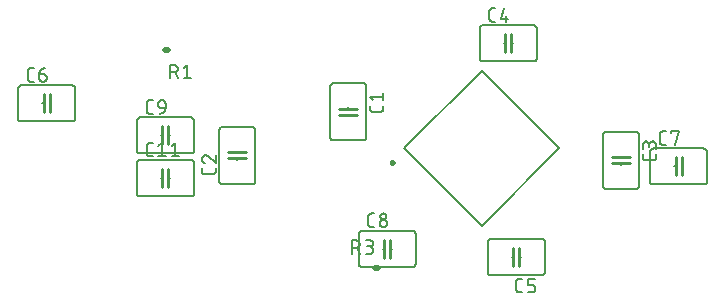
<source format=gbr>
G04 EAGLE Gerber RS-274X export*
G75*
%MOMM*%
%FSLAX34Y34*%
%LPD*%
%INSilkscreen Top*%
%IPPOS*%
%AMOC8*
5,1,8,0,0,1.08239X$1,22.5*%
G01*
%ADD10C,0.152400*%
%ADD11C,0.254000*%
%ADD12C,0.127000*%
%ADD13C,0.200000*%
%ADD14C,0.250000*%
%ADD15C,0.508000*%


D10*
X302940Y186690D02*
X302940Y143510D01*
X272460Y143510D02*
X272460Y186690D01*
X275000Y140970D02*
X300400Y140970D01*
X300400Y189230D02*
X275000Y189230D01*
X302940Y143510D02*
X302938Y143410D01*
X302932Y143311D01*
X302922Y143211D01*
X302909Y143113D01*
X302891Y143014D01*
X302870Y142917D01*
X302845Y142821D01*
X302816Y142725D01*
X302783Y142631D01*
X302747Y142538D01*
X302707Y142447D01*
X302663Y142357D01*
X302616Y142269D01*
X302566Y142183D01*
X302512Y142099D01*
X302455Y142017D01*
X302395Y141938D01*
X302331Y141860D01*
X302265Y141786D01*
X302196Y141714D01*
X302124Y141645D01*
X302050Y141579D01*
X301972Y141515D01*
X301893Y141455D01*
X301811Y141398D01*
X301727Y141344D01*
X301641Y141294D01*
X301553Y141247D01*
X301463Y141203D01*
X301372Y141163D01*
X301279Y141127D01*
X301185Y141094D01*
X301089Y141065D01*
X300993Y141040D01*
X300896Y141019D01*
X300797Y141001D01*
X300699Y140988D01*
X300599Y140978D01*
X300500Y140972D01*
X300400Y140970D01*
X302940Y186690D02*
X302938Y186790D01*
X302932Y186889D01*
X302922Y186989D01*
X302909Y187087D01*
X302891Y187186D01*
X302870Y187283D01*
X302845Y187379D01*
X302816Y187475D01*
X302783Y187569D01*
X302747Y187662D01*
X302707Y187753D01*
X302663Y187843D01*
X302616Y187931D01*
X302566Y188017D01*
X302512Y188101D01*
X302455Y188183D01*
X302395Y188262D01*
X302331Y188340D01*
X302265Y188414D01*
X302196Y188486D01*
X302124Y188555D01*
X302050Y188621D01*
X301972Y188685D01*
X301893Y188745D01*
X301811Y188802D01*
X301727Y188856D01*
X301641Y188906D01*
X301553Y188953D01*
X301463Y188997D01*
X301372Y189037D01*
X301279Y189073D01*
X301185Y189106D01*
X301089Y189135D01*
X300993Y189160D01*
X300896Y189181D01*
X300797Y189199D01*
X300699Y189212D01*
X300599Y189222D01*
X300500Y189228D01*
X300400Y189230D01*
X272460Y143510D02*
X272462Y143410D01*
X272468Y143311D01*
X272478Y143211D01*
X272491Y143113D01*
X272509Y143014D01*
X272530Y142917D01*
X272555Y142821D01*
X272584Y142725D01*
X272617Y142631D01*
X272653Y142538D01*
X272693Y142447D01*
X272737Y142357D01*
X272784Y142269D01*
X272834Y142183D01*
X272888Y142099D01*
X272945Y142017D01*
X273005Y141938D01*
X273069Y141860D01*
X273135Y141786D01*
X273204Y141714D01*
X273276Y141645D01*
X273350Y141579D01*
X273428Y141515D01*
X273507Y141455D01*
X273589Y141398D01*
X273673Y141344D01*
X273759Y141294D01*
X273847Y141247D01*
X273937Y141203D01*
X274028Y141163D01*
X274121Y141127D01*
X274215Y141094D01*
X274311Y141065D01*
X274407Y141040D01*
X274504Y141019D01*
X274603Y141001D01*
X274701Y140988D01*
X274801Y140978D01*
X274900Y140972D01*
X275000Y140970D01*
X272460Y186690D02*
X272462Y186790D01*
X272468Y186889D01*
X272478Y186989D01*
X272491Y187087D01*
X272509Y187186D01*
X272530Y187283D01*
X272555Y187379D01*
X272584Y187475D01*
X272617Y187569D01*
X272653Y187662D01*
X272693Y187753D01*
X272737Y187843D01*
X272784Y187931D01*
X272834Y188017D01*
X272888Y188101D01*
X272945Y188183D01*
X273005Y188262D01*
X273069Y188340D01*
X273135Y188414D01*
X273204Y188486D01*
X273276Y188555D01*
X273350Y188621D01*
X273428Y188685D01*
X273507Y188745D01*
X273589Y188802D01*
X273673Y188856D01*
X273759Y188906D01*
X273847Y188953D01*
X273937Y188997D01*
X274028Y189037D01*
X274121Y189073D01*
X274215Y189106D01*
X274311Y189135D01*
X274407Y189160D01*
X274504Y189181D01*
X274603Y189199D01*
X274701Y189212D01*
X274801Y189222D01*
X274900Y189228D01*
X275000Y189230D01*
X287700Y162560D02*
X287700Y161290D01*
D11*
X287700Y162560D02*
X295320Y162560D01*
X287700Y162560D02*
X280080Y162560D01*
X287700Y167640D02*
X295320Y167640D01*
X287700Y167640D02*
X280080Y167640D01*
D10*
X287700Y167640D02*
X287700Y168910D01*
D12*
X317545Y170143D02*
X317545Y167603D01*
X317543Y167503D01*
X317537Y167404D01*
X317527Y167304D01*
X317514Y167206D01*
X317496Y167107D01*
X317475Y167010D01*
X317450Y166914D01*
X317421Y166818D01*
X317388Y166724D01*
X317352Y166631D01*
X317312Y166540D01*
X317268Y166450D01*
X317221Y166362D01*
X317171Y166276D01*
X317117Y166192D01*
X317060Y166110D01*
X317000Y166031D01*
X316936Y165953D01*
X316870Y165879D01*
X316801Y165807D01*
X316729Y165738D01*
X316655Y165672D01*
X316577Y165608D01*
X316498Y165548D01*
X316416Y165491D01*
X316332Y165437D01*
X316246Y165387D01*
X316158Y165340D01*
X316068Y165296D01*
X315977Y165256D01*
X315884Y165220D01*
X315790Y165187D01*
X315694Y165158D01*
X315598Y165133D01*
X315501Y165112D01*
X315402Y165094D01*
X315304Y165081D01*
X315204Y165071D01*
X315105Y165065D01*
X315005Y165063D01*
X308655Y165063D01*
X308555Y165065D01*
X308456Y165071D01*
X308356Y165081D01*
X308258Y165094D01*
X308159Y165112D01*
X308062Y165133D01*
X307966Y165158D01*
X307870Y165187D01*
X307776Y165220D01*
X307683Y165256D01*
X307592Y165296D01*
X307502Y165340D01*
X307414Y165387D01*
X307328Y165437D01*
X307244Y165491D01*
X307162Y165548D01*
X307083Y165608D01*
X307005Y165672D01*
X306931Y165738D01*
X306859Y165807D01*
X306790Y165879D01*
X306724Y165953D01*
X306660Y166031D01*
X306600Y166110D01*
X306543Y166192D01*
X306489Y166276D01*
X306439Y166362D01*
X306392Y166450D01*
X306348Y166540D01*
X306308Y166631D01*
X306272Y166724D01*
X306239Y166818D01*
X306210Y166914D01*
X306185Y167010D01*
X306164Y167107D01*
X306146Y167206D01*
X306133Y167304D01*
X306123Y167404D01*
X306117Y167503D01*
X306115Y167603D01*
X306115Y170143D01*
X308655Y174625D02*
X306115Y177800D01*
X317545Y177800D01*
X317545Y174625D02*
X317545Y180975D01*
D10*
X154590Y124140D02*
X111410Y124140D01*
X111410Y93660D02*
X154590Y93660D01*
X157130Y96200D02*
X157130Y121600D01*
X108870Y121600D02*
X108870Y96200D01*
X154590Y124140D02*
X154690Y124138D01*
X154789Y124132D01*
X154889Y124122D01*
X154987Y124109D01*
X155086Y124091D01*
X155183Y124070D01*
X155279Y124045D01*
X155375Y124016D01*
X155469Y123983D01*
X155562Y123947D01*
X155653Y123907D01*
X155743Y123863D01*
X155831Y123816D01*
X155917Y123766D01*
X156001Y123712D01*
X156083Y123655D01*
X156162Y123595D01*
X156240Y123531D01*
X156314Y123465D01*
X156386Y123396D01*
X156455Y123324D01*
X156521Y123250D01*
X156585Y123172D01*
X156645Y123093D01*
X156702Y123011D01*
X156756Y122927D01*
X156806Y122841D01*
X156853Y122753D01*
X156897Y122663D01*
X156937Y122572D01*
X156973Y122479D01*
X157006Y122385D01*
X157035Y122289D01*
X157060Y122193D01*
X157081Y122096D01*
X157099Y121997D01*
X157112Y121899D01*
X157122Y121799D01*
X157128Y121700D01*
X157130Y121600D01*
X111410Y124140D02*
X111310Y124138D01*
X111211Y124132D01*
X111111Y124122D01*
X111013Y124109D01*
X110914Y124091D01*
X110817Y124070D01*
X110721Y124045D01*
X110625Y124016D01*
X110531Y123983D01*
X110438Y123947D01*
X110347Y123907D01*
X110257Y123863D01*
X110169Y123816D01*
X110083Y123766D01*
X109999Y123712D01*
X109917Y123655D01*
X109838Y123595D01*
X109760Y123531D01*
X109686Y123465D01*
X109614Y123396D01*
X109545Y123324D01*
X109479Y123250D01*
X109415Y123172D01*
X109355Y123093D01*
X109298Y123011D01*
X109244Y122927D01*
X109194Y122841D01*
X109147Y122753D01*
X109103Y122663D01*
X109063Y122572D01*
X109027Y122479D01*
X108994Y122385D01*
X108965Y122289D01*
X108940Y122193D01*
X108919Y122096D01*
X108901Y121997D01*
X108888Y121899D01*
X108878Y121799D01*
X108872Y121700D01*
X108870Y121600D01*
X154590Y93660D02*
X154690Y93662D01*
X154789Y93668D01*
X154889Y93678D01*
X154987Y93691D01*
X155086Y93709D01*
X155183Y93730D01*
X155279Y93755D01*
X155375Y93784D01*
X155469Y93817D01*
X155562Y93853D01*
X155653Y93893D01*
X155743Y93937D01*
X155831Y93984D01*
X155917Y94034D01*
X156001Y94088D01*
X156083Y94145D01*
X156162Y94205D01*
X156240Y94269D01*
X156314Y94335D01*
X156386Y94404D01*
X156455Y94476D01*
X156521Y94550D01*
X156585Y94628D01*
X156645Y94707D01*
X156702Y94789D01*
X156756Y94873D01*
X156806Y94959D01*
X156853Y95047D01*
X156897Y95137D01*
X156937Y95228D01*
X156973Y95321D01*
X157006Y95415D01*
X157035Y95511D01*
X157060Y95607D01*
X157081Y95704D01*
X157099Y95803D01*
X157112Y95901D01*
X157122Y96001D01*
X157128Y96100D01*
X157130Y96200D01*
X111410Y93660D02*
X111310Y93662D01*
X111211Y93668D01*
X111111Y93678D01*
X111013Y93691D01*
X110914Y93709D01*
X110817Y93730D01*
X110721Y93755D01*
X110625Y93784D01*
X110531Y93817D01*
X110438Y93853D01*
X110347Y93893D01*
X110257Y93937D01*
X110169Y93984D01*
X110083Y94034D01*
X109999Y94088D01*
X109917Y94145D01*
X109838Y94205D01*
X109760Y94269D01*
X109686Y94335D01*
X109614Y94404D01*
X109545Y94476D01*
X109479Y94550D01*
X109415Y94628D01*
X109355Y94707D01*
X109298Y94789D01*
X109244Y94873D01*
X109194Y94959D01*
X109147Y95047D01*
X109103Y95137D01*
X109063Y95228D01*
X109027Y95321D01*
X108994Y95415D01*
X108965Y95511D01*
X108940Y95607D01*
X108919Y95704D01*
X108901Y95803D01*
X108888Y95901D01*
X108878Y96001D01*
X108872Y96100D01*
X108870Y96200D01*
X135540Y108900D02*
X136810Y108900D01*
D11*
X135540Y108900D02*
X135540Y116520D01*
X135540Y108900D02*
X135540Y101280D01*
X130460Y108900D02*
X130460Y116520D01*
X130460Y108900D02*
X130460Y101280D01*
D10*
X130460Y108900D02*
X129190Y108900D01*
D12*
X122205Y127315D02*
X119665Y127315D01*
X119565Y127317D01*
X119466Y127323D01*
X119366Y127333D01*
X119268Y127346D01*
X119169Y127364D01*
X119072Y127385D01*
X118976Y127410D01*
X118880Y127439D01*
X118786Y127472D01*
X118693Y127508D01*
X118602Y127548D01*
X118512Y127592D01*
X118424Y127639D01*
X118338Y127689D01*
X118254Y127743D01*
X118172Y127800D01*
X118093Y127860D01*
X118015Y127924D01*
X117941Y127990D01*
X117869Y128059D01*
X117800Y128131D01*
X117734Y128205D01*
X117670Y128283D01*
X117610Y128362D01*
X117553Y128444D01*
X117499Y128528D01*
X117449Y128614D01*
X117402Y128702D01*
X117358Y128792D01*
X117318Y128883D01*
X117282Y128976D01*
X117249Y129070D01*
X117220Y129166D01*
X117195Y129262D01*
X117174Y129359D01*
X117156Y129458D01*
X117143Y129556D01*
X117133Y129656D01*
X117127Y129755D01*
X117125Y129855D01*
X117125Y136205D01*
X117127Y136305D01*
X117133Y136404D01*
X117143Y136504D01*
X117156Y136602D01*
X117174Y136701D01*
X117195Y136798D01*
X117220Y136894D01*
X117249Y136990D01*
X117282Y137084D01*
X117318Y137177D01*
X117358Y137268D01*
X117402Y137358D01*
X117449Y137446D01*
X117499Y137532D01*
X117553Y137616D01*
X117610Y137698D01*
X117670Y137777D01*
X117734Y137855D01*
X117800Y137929D01*
X117869Y138001D01*
X117941Y138070D01*
X118015Y138136D01*
X118093Y138200D01*
X118172Y138260D01*
X118254Y138317D01*
X118338Y138371D01*
X118424Y138421D01*
X118512Y138468D01*
X118602Y138512D01*
X118693Y138552D01*
X118786Y138588D01*
X118880Y138621D01*
X118976Y138650D01*
X119072Y138675D01*
X119169Y138696D01*
X119268Y138714D01*
X119366Y138727D01*
X119466Y138737D01*
X119565Y138743D01*
X119665Y138745D01*
X122205Y138745D01*
X126687Y136205D02*
X129862Y138745D01*
X129862Y127315D01*
X126687Y127315D02*
X133037Y127315D01*
X138117Y136205D02*
X141292Y138745D01*
X141292Y127315D01*
X138117Y127315D02*
X144467Y127315D01*
D10*
X534040Y145590D02*
X534040Y102410D01*
X503560Y102410D02*
X503560Y145590D01*
X506100Y99870D02*
X531500Y99870D01*
X531500Y148130D02*
X506100Y148130D01*
X534040Y102410D02*
X534038Y102310D01*
X534032Y102211D01*
X534022Y102111D01*
X534009Y102013D01*
X533991Y101914D01*
X533970Y101817D01*
X533945Y101721D01*
X533916Y101625D01*
X533883Y101531D01*
X533847Y101438D01*
X533807Y101347D01*
X533763Y101257D01*
X533716Y101169D01*
X533666Y101083D01*
X533612Y100999D01*
X533555Y100917D01*
X533495Y100838D01*
X533431Y100760D01*
X533365Y100686D01*
X533296Y100614D01*
X533224Y100545D01*
X533150Y100479D01*
X533072Y100415D01*
X532993Y100355D01*
X532911Y100298D01*
X532827Y100244D01*
X532741Y100194D01*
X532653Y100147D01*
X532563Y100103D01*
X532472Y100063D01*
X532379Y100027D01*
X532285Y99994D01*
X532189Y99965D01*
X532093Y99940D01*
X531996Y99919D01*
X531897Y99901D01*
X531799Y99888D01*
X531699Y99878D01*
X531600Y99872D01*
X531500Y99870D01*
X534040Y145590D02*
X534038Y145690D01*
X534032Y145789D01*
X534022Y145889D01*
X534009Y145987D01*
X533991Y146086D01*
X533970Y146183D01*
X533945Y146279D01*
X533916Y146375D01*
X533883Y146469D01*
X533847Y146562D01*
X533807Y146653D01*
X533763Y146743D01*
X533716Y146831D01*
X533666Y146917D01*
X533612Y147001D01*
X533555Y147083D01*
X533495Y147162D01*
X533431Y147240D01*
X533365Y147314D01*
X533296Y147386D01*
X533224Y147455D01*
X533150Y147521D01*
X533072Y147585D01*
X532993Y147645D01*
X532911Y147702D01*
X532827Y147756D01*
X532741Y147806D01*
X532653Y147853D01*
X532563Y147897D01*
X532472Y147937D01*
X532379Y147973D01*
X532285Y148006D01*
X532189Y148035D01*
X532093Y148060D01*
X531996Y148081D01*
X531897Y148099D01*
X531799Y148112D01*
X531699Y148122D01*
X531600Y148128D01*
X531500Y148130D01*
X503560Y102410D02*
X503562Y102310D01*
X503568Y102211D01*
X503578Y102111D01*
X503591Y102013D01*
X503609Y101914D01*
X503630Y101817D01*
X503655Y101721D01*
X503684Y101625D01*
X503717Y101531D01*
X503753Y101438D01*
X503793Y101347D01*
X503837Y101257D01*
X503884Y101169D01*
X503934Y101083D01*
X503988Y100999D01*
X504045Y100917D01*
X504105Y100838D01*
X504169Y100760D01*
X504235Y100686D01*
X504304Y100614D01*
X504376Y100545D01*
X504450Y100479D01*
X504528Y100415D01*
X504607Y100355D01*
X504689Y100298D01*
X504773Y100244D01*
X504859Y100194D01*
X504947Y100147D01*
X505037Y100103D01*
X505128Y100063D01*
X505221Y100027D01*
X505315Y99994D01*
X505411Y99965D01*
X505507Y99940D01*
X505604Y99919D01*
X505703Y99901D01*
X505801Y99888D01*
X505901Y99878D01*
X506000Y99872D01*
X506100Y99870D01*
X503560Y145590D02*
X503562Y145690D01*
X503568Y145789D01*
X503578Y145889D01*
X503591Y145987D01*
X503609Y146086D01*
X503630Y146183D01*
X503655Y146279D01*
X503684Y146375D01*
X503717Y146469D01*
X503753Y146562D01*
X503793Y146653D01*
X503837Y146743D01*
X503884Y146831D01*
X503934Y146917D01*
X503988Y147001D01*
X504045Y147083D01*
X504105Y147162D01*
X504169Y147240D01*
X504235Y147314D01*
X504304Y147386D01*
X504376Y147455D01*
X504450Y147521D01*
X504528Y147585D01*
X504607Y147645D01*
X504689Y147702D01*
X504773Y147756D01*
X504859Y147806D01*
X504947Y147853D01*
X505037Y147897D01*
X505128Y147937D01*
X505221Y147973D01*
X505315Y148006D01*
X505411Y148035D01*
X505507Y148060D01*
X505604Y148081D01*
X505703Y148099D01*
X505801Y148112D01*
X505901Y148122D01*
X506000Y148128D01*
X506100Y148130D01*
X518800Y121460D02*
X518800Y120190D01*
D11*
X518800Y121460D02*
X526420Y121460D01*
X518800Y121460D02*
X511180Y121460D01*
X518800Y126540D02*
X526420Y126540D01*
X518800Y126540D02*
X511180Y126540D01*
D10*
X518800Y126540D02*
X518800Y127810D01*
D12*
X548645Y129043D02*
X548645Y126503D01*
X548643Y126403D01*
X548637Y126304D01*
X548627Y126204D01*
X548614Y126106D01*
X548596Y126007D01*
X548575Y125910D01*
X548550Y125814D01*
X548521Y125718D01*
X548488Y125624D01*
X548452Y125531D01*
X548412Y125440D01*
X548368Y125350D01*
X548321Y125262D01*
X548271Y125176D01*
X548217Y125092D01*
X548160Y125010D01*
X548100Y124931D01*
X548036Y124853D01*
X547970Y124779D01*
X547901Y124707D01*
X547829Y124638D01*
X547755Y124572D01*
X547677Y124508D01*
X547598Y124448D01*
X547516Y124391D01*
X547432Y124337D01*
X547346Y124287D01*
X547258Y124240D01*
X547168Y124196D01*
X547077Y124156D01*
X546984Y124120D01*
X546890Y124087D01*
X546794Y124058D01*
X546698Y124033D01*
X546601Y124012D01*
X546502Y123994D01*
X546404Y123981D01*
X546304Y123971D01*
X546205Y123965D01*
X546105Y123963D01*
X539755Y123963D01*
X539655Y123965D01*
X539556Y123971D01*
X539456Y123981D01*
X539358Y123994D01*
X539259Y124012D01*
X539162Y124033D01*
X539066Y124058D01*
X538970Y124087D01*
X538876Y124120D01*
X538783Y124156D01*
X538692Y124196D01*
X538602Y124240D01*
X538514Y124287D01*
X538428Y124337D01*
X538344Y124391D01*
X538262Y124448D01*
X538183Y124508D01*
X538105Y124572D01*
X538031Y124638D01*
X537959Y124707D01*
X537890Y124779D01*
X537824Y124853D01*
X537760Y124931D01*
X537700Y125010D01*
X537643Y125092D01*
X537589Y125176D01*
X537539Y125262D01*
X537492Y125350D01*
X537448Y125440D01*
X537408Y125531D01*
X537372Y125624D01*
X537339Y125718D01*
X537310Y125814D01*
X537285Y125910D01*
X537264Y126007D01*
X537246Y126106D01*
X537233Y126204D01*
X537223Y126304D01*
X537217Y126403D01*
X537215Y126503D01*
X537215Y129043D01*
X548645Y133525D02*
X548645Y136700D01*
X548643Y136811D01*
X548637Y136921D01*
X548628Y137032D01*
X548614Y137142D01*
X548597Y137251D01*
X548576Y137360D01*
X548551Y137468D01*
X548522Y137575D01*
X548490Y137681D01*
X548454Y137786D01*
X548414Y137889D01*
X548371Y137991D01*
X548324Y138092D01*
X548273Y138191D01*
X548220Y138288D01*
X548163Y138382D01*
X548102Y138475D01*
X548039Y138566D01*
X547972Y138655D01*
X547902Y138741D01*
X547829Y138824D01*
X547754Y138906D01*
X547676Y138984D01*
X547594Y139059D01*
X547511Y139132D01*
X547425Y139202D01*
X547336Y139269D01*
X547245Y139332D01*
X547152Y139393D01*
X547058Y139450D01*
X546961Y139503D01*
X546862Y139554D01*
X546761Y139601D01*
X546659Y139644D01*
X546556Y139684D01*
X546451Y139720D01*
X546345Y139752D01*
X546238Y139781D01*
X546130Y139806D01*
X546021Y139827D01*
X545912Y139844D01*
X545802Y139858D01*
X545691Y139867D01*
X545581Y139873D01*
X545470Y139875D01*
X545359Y139873D01*
X545249Y139867D01*
X545138Y139858D01*
X545028Y139844D01*
X544919Y139827D01*
X544810Y139806D01*
X544702Y139781D01*
X544595Y139752D01*
X544489Y139720D01*
X544384Y139684D01*
X544281Y139644D01*
X544179Y139601D01*
X544078Y139554D01*
X543979Y139503D01*
X543883Y139450D01*
X543788Y139393D01*
X543695Y139332D01*
X543604Y139269D01*
X543515Y139202D01*
X543429Y139132D01*
X543346Y139059D01*
X543264Y138984D01*
X543186Y138906D01*
X543111Y138824D01*
X543038Y138741D01*
X542968Y138655D01*
X542901Y138566D01*
X542838Y138475D01*
X542777Y138382D01*
X542720Y138288D01*
X542667Y138191D01*
X542616Y138092D01*
X542569Y137991D01*
X542526Y137889D01*
X542486Y137786D01*
X542450Y137681D01*
X542418Y137575D01*
X542389Y137468D01*
X542364Y137360D01*
X542343Y137251D01*
X542326Y137142D01*
X542312Y137032D01*
X542303Y136921D01*
X542297Y136811D01*
X542295Y136700D01*
X537215Y137335D02*
X537215Y133525D01*
X537215Y137335D02*
X537217Y137435D01*
X537223Y137534D01*
X537233Y137634D01*
X537246Y137732D01*
X537264Y137831D01*
X537285Y137928D01*
X537310Y138024D01*
X537339Y138120D01*
X537372Y138214D01*
X537408Y138307D01*
X537448Y138398D01*
X537492Y138488D01*
X537539Y138576D01*
X537589Y138662D01*
X537643Y138746D01*
X537700Y138828D01*
X537760Y138907D01*
X537824Y138985D01*
X537890Y139059D01*
X537959Y139131D01*
X538031Y139200D01*
X538105Y139266D01*
X538183Y139330D01*
X538262Y139390D01*
X538344Y139447D01*
X538428Y139501D01*
X538514Y139551D01*
X538602Y139598D01*
X538692Y139642D01*
X538783Y139682D01*
X538876Y139718D01*
X538970Y139751D01*
X539066Y139780D01*
X539162Y139805D01*
X539259Y139826D01*
X539358Y139844D01*
X539456Y139857D01*
X539556Y139867D01*
X539655Y139873D01*
X539755Y139875D01*
X539855Y139873D01*
X539954Y139867D01*
X540054Y139857D01*
X540152Y139844D01*
X540251Y139826D01*
X540348Y139805D01*
X540444Y139780D01*
X540540Y139751D01*
X540634Y139718D01*
X540727Y139682D01*
X540818Y139642D01*
X540908Y139598D01*
X540996Y139551D01*
X541082Y139501D01*
X541166Y139447D01*
X541248Y139390D01*
X541327Y139330D01*
X541405Y139266D01*
X541479Y139200D01*
X541551Y139131D01*
X541620Y139059D01*
X541686Y138985D01*
X541750Y138907D01*
X541810Y138828D01*
X541867Y138746D01*
X541921Y138662D01*
X541971Y138576D01*
X542018Y138488D01*
X542062Y138398D01*
X542102Y138307D01*
X542138Y138214D01*
X542171Y138120D01*
X542200Y138024D01*
X542225Y137928D01*
X542246Y137831D01*
X542264Y137732D01*
X542277Y137634D01*
X542287Y137534D01*
X542293Y137435D01*
X542295Y137335D01*
X542295Y134795D01*
D10*
X444690Y238140D02*
X401510Y238140D01*
X401510Y207660D02*
X444690Y207660D01*
X447230Y210200D02*
X447230Y235600D01*
X398970Y235600D02*
X398970Y210200D01*
X444690Y238140D02*
X444790Y238138D01*
X444889Y238132D01*
X444989Y238122D01*
X445087Y238109D01*
X445186Y238091D01*
X445283Y238070D01*
X445379Y238045D01*
X445475Y238016D01*
X445569Y237983D01*
X445662Y237947D01*
X445753Y237907D01*
X445843Y237863D01*
X445931Y237816D01*
X446017Y237766D01*
X446101Y237712D01*
X446183Y237655D01*
X446262Y237595D01*
X446340Y237531D01*
X446414Y237465D01*
X446486Y237396D01*
X446555Y237324D01*
X446621Y237250D01*
X446685Y237172D01*
X446745Y237093D01*
X446802Y237011D01*
X446856Y236927D01*
X446906Y236841D01*
X446953Y236753D01*
X446997Y236663D01*
X447037Y236572D01*
X447073Y236479D01*
X447106Y236385D01*
X447135Y236289D01*
X447160Y236193D01*
X447181Y236096D01*
X447199Y235997D01*
X447212Y235899D01*
X447222Y235799D01*
X447228Y235700D01*
X447230Y235600D01*
X401510Y238140D02*
X401410Y238138D01*
X401311Y238132D01*
X401211Y238122D01*
X401113Y238109D01*
X401014Y238091D01*
X400917Y238070D01*
X400821Y238045D01*
X400725Y238016D01*
X400631Y237983D01*
X400538Y237947D01*
X400447Y237907D01*
X400357Y237863D01*
X400269Y237816D01*
X400183Y237766D01*
X400099Y237712D01*
X400017Y237655D01*
X399938Y237595D01*
X399860Y237531D01*
X399786Y237465D01*
X399714Y237396D01*
X399645Y237324D01*
X399579Y237250D01*
X399515Y237172D01*
X399455Y237093D01*
X399398Y237011D01*
X399344Y236927D01*
X399294Y236841D01*
X399247Y236753D01*
X399203Y236663D01*
X399163Y236572D01*
X399127Y236479D01*
X399094Y236385D01*
X399065Y236289D01*
X399040Y236193D01*
X399019Y236096D01*
X399001Y235997D01*
X398988Y235899D01*
X398978Y235799D01*
X398972Y235700D01*
X398970Y235600D01*
X444690Y207660D02*
X444790Y207662D01*
X444889Y207668D01*
X444989Y207678D01*
X445087Y207691D01*
X445186Y207709D01*
X445283Y207730D01*
X445379Y207755D01*
X445475Y207784D01*
X445569Y207817D01*
X445662Y207853D01*
X445753Y207893D01*
X445843Y207937D01*
X445931Y207984D01*
X446017Y208034D01*
X446101Y208088D01*
X446183Y208145D01*
X446262Y208205D01*
X446340Y208269D01*
X446414Y208335D01*
X446486Y208404D01*
X446555Y208476D01*
X446621Y208550D01*
X446685Y208628D01*
X446745Y208707D01*
X446802Y208789D01*
X446856Y208873D01*
X446906Y208959D01*
X446953Y209047D01*
X446997Y209137D01*
X447037Y209228D01*
X447073Y209321D01*
X447106Y209415D01*
X447135Y209511D01*
X447160Y209607D01*
X447181Y209704D01*
X447199Y209803D01*
X447212Y209901D01*
X447222Y210001D01*
X447228Y210100D01*
X447230Y210200D01*
X401510Y207660D02*
X401410Y207662D01*
X401311Y207668D01*
X401211Y207678D01*
X401113Y207691D01*
X401014Y207709D01*
X400917Y207730D01*
X400821Y207755D01*
X400725Y207784D01*
X400631Y207817D01*
X400538Y207853D01*
X400447Y207893D01*
X400357Y207937D01*
X400269Y207984D01*
X400183Y208034D01*
X400099Y208088D01*
X400017Y208145D01*
X399938Y208205D01*
X399860Y208269D01*
X399786Y208335D01*
X399714Y208404D01*
X399645Y208476D01*
X399579Y208550D01*
X399515Y208628D01*
X399455Y208707D01*
X399398Y208789D01*
X399344Y208873D01*
X399294Y208959D01*
X399247Y209047D01*
X399203Y209137D01*
X399163Y209228D01*
X399127Y209321D01*
X399094Y209415D01*
X399065Y209511D01*
X399040Y209607D01*
X399019Y209704D01*
X399001Y209803D01*
X398988Y209901D01*
X398978Y210001D01*
X398972Y210100D01*
X398970Y210200D01*
X425640Y222900D02*
X426910Y222900D01*
D11*
X425640Y222900D02*
X425640Y230520D01*
X425640Y222900D02*
X425640Y215280D01*
X420560Y222900D02*
X420560Y230520D01*
X420560Y222900D02*
X420560Y215280D01*
D10*
X420560Y222900D02*
X419290Y222900D01*
D12*
X412305Y241315D02*
X409765Y241315D01*
X409665Y241317D01*
X409566Y241323D01*
X409466Y241333D01*
X409368Y241346D01*
X409269Y241364D01*
X409172Y241385D01*
X409076Y241410D01*
X408980Y241439D01*
X408886Y241472D01*
X408793Y241508D01*
X408702Y241548D01*
X408612Y241592D01*
X408524Y241639D01*
X408438Y241689D01*
X408354Y241743D01*
X408272Y241800D01*
X408193Y241860D01*
X408115Y241924D01*
X408041Y241990D01*
X407969Y242059D01*
X407900Y242131D01*
X407834Y242205D01*
X407770Y242283D01*
X407710Y242362D01*
X407653Y242444D01*
X407599Y242528D01*
X407549Y242614D01*
X407502Y242702D01*
X407458Y242792D01*
X407418Y242883D01*
X407382Y242976D01*
X407349Y243070D01*
X407320Y243166D01*
X407295Y243262D01*
X407274Y243359D01*
X407256Y243458D01*
X407243Y243556D01*
X407233Y243656D01*
X407227Y243755D01*
X407225Y243855D01*
X407225Y250205D01*
X407227Y250305D01*
X407233Y250404D01*
X407243Y250504D01*
X407256Y250602D01*
X407274Y250701D01*
X407295Y250798D01*
X407320Y250894D01*
X407349Y250990D01*
X407382Y251084D01*
X407418Y251177D01*
X407458Y251268D01*
X407502Y251358D01*
X407549Y251446D01*
X407599Y251532D01*
X407653Y251616D01*
X407710Y251698D01*
X407770Y251777D01*
X407834Y251855D01*
X407900Y251929D01*
X407969Y252001D01*
X408041Y252070D01*
X408115Y252136D01*
X408193Y252200D01*
X408272Y252260D01*
X408354Y252317D01*
X408438Y252371D01*
X408524Y252421D01*
X408612Y252468D01*
X408702Y252512D01*
X408793Y252552D01*
X408886Y252588D01*
X408980Y252621D01*
X409076Y252650D01*
X409172Y252675D01*
X409269Y252696D01*
X409368Y252714D01*
X409466Y252727D01*
X409566Y252737D01*
X409665Y252743D01*
X409765Y252745D01*
X412305Y252745D01*
X419327Y252745D02*
X416787Y243855D01*
X423137Y243855D01*
X421232Y246395D02*
X421232Y241315D01*
D10*
X408410Y26860D02*
X451590Y26860D01*
X451590Y57340D02*
X408410Y57340D01*
X405870Y54800D02*
X405870Y29400D01*
X454130Y29400D02*
X454130Y54800D01*
X408410Y26860D02*
X408310Y26862D01*
X408211Y26868D01*
X408111Y26878D01*
X408013Y26891D01*
X407914Y26909D01*
X407817Y26930D01*
X407721Y26955D01*
X407625Y26984D01*
X407531Y27017D01*
X407438Y27053D01*
X407347Y27093D01*
X407257Y27137D01*
X407169Y27184D01*
X407083Y27234D01*
X406999Y27288D01*
X406917Y27345D01*
X406838Y27405D01*
X406760Y27469D01*
X406686Y27535D01*
X406614Y27604D01*
X406545Y27676D01*
X406479Y27750D01*
X406415Y27828D01*
X406355Y27907D01*
X406298Y27989D01*
X406244Y28073D01*
X406194Y28159D01*
X406147Y28247D01*
X406103Y28337D01*
X406063Y28428D01*
X406027Y28521D01*
X405994Y28615D01*
X405965Y28711D01*
X405940Y28807D01*
X405919Y28904D01*
X405901Y29003D01*
X405888Y29101D01*
X405878Y29201D01*
X405872Y29300D01*
X405870Y29400D01*
X451590Y26860D02*
X451690Y26862D01*
X451789Y26868D01*
X451889Y26878D01*
X451987Y26891D01*
X452086Y26909D01*
X452183Y26930D01*
X452279Y26955D01*
X452375Y26984D01*
X452469Y27017D01*
X452562Y27053D01*
X452653Y27093D01*
X452743Y27137D01*
X452831Y27184D01*
X452917Y27234D01*
X453001Y27288D01*
X453083Y27345D01*
X453162Y27405D01*
X453240Y27469D01*
X453314Y27535D01*
X453386Y27604D01*
X453455Y27676D01*
X453521Y27750D01*
X453585Y27828D01*
X453645Y27907D01*
X453702Y27989D01*
X453756Y28073D01*
X453806Y28159D01*
X453853Y28247D01*
X453897Y28337D01*
X453937Y28428D01*
X453973Y28521D01*
X454006Y28615D01*
X454035Y28711D01*
X454060Y28807D01*
X454081Y28904D01*
X454099Y29003D01*
X454112Y29101D01*
X454122Y29201D01*
X454128Y29300D01*
X454130Y29400D01*
X408410Y57340D02*
X408310Y57338D01*
X408211Y57332D01*
X408111Y57322D01*
X408013Y57309D01*
X407914Y57291D01*
X407817Y57270D01*
X407721Y57245D01*
X407625Y57216D01*
X407531Y57183D01*
X407438Y57147D01*
X407347Y57107D01*
X407257Y57063D01*
X407169Y57016D01*
X407083Y56966D01*
X406999Y56912D01*
X406917Y56855D01*
X406838Y56795D01*
X406760Y56731D01*
X406686Y56665D01*
X406614Y56596D01*
X406545Y56524D01*
X406479Y56450D01*
X406415Y56372D01*
X406355Y56293D01*
X406298Y56211D01*
X406244Y56127D01*
X406194Y56041D01*
X406147Y55953D01*
X406103Y55863D01*
X406063Y55772D01*
X406027Y55679D01*
X405994Y55585D01*
X405965Y55489D01*
X405940Y55393D01*
X405919Y55296D01*
X405901Y55197D01*
X405888Y55099D01*
X405878Y54999D01*
X405872Y54900D01*
X405870Y54800D01*
X451590Y57340D02*
X451690Y57338D01*
X451789Y57332D01*
X451889Y57322D01*
X451987Y57309D01*
X452086Y57291D01*
X452183Y57270D01*
X452279Y57245D01*
X452375Y57216D01*
X452469Y57183D01*
X452562Y57147D01*
X452653Y57107D01*
X452743Y57063D01*
X452831Y57016D01*
X452917Y56966D01*
X453001Y56912D01*
X453083Y56855D01*
X453162Y56795D01*
X453240Y56731D01*
X453314Y56665D01*
X453386Y56596D01*
X453455Y56524D01*
X453521Y56450D01*
X453585Y56372D01*
X453645Y56293D01*
X453702Y56211D01*
X453756Y56127D01*
X453806Y56041D01*
X453853Y55953D01*
X453897Y55863D01*
X453937Y55772D01*
X453973Y55679D01*
X454006Y55585D01*
X454035Y55489D01*
X454060Y55393D01*
X454081Y55296D01*
X454099Y55197D01*
X454112Y55099D01*
X454122Y54999D01*
X454128Y54900D01*
X454130Y54800D01*
X427460Y42100D02*
X426190Y42100D01*
D11*
X427460Y42100D02*
X427460Y34480D01*
X427460Y42100D02*
X427460Y49720D01*
X432540Y42100D02*
X432540Y34480D01*
X432540Y42100D02*
X432540Y49720D01*
D10*
X432540Y42100D02*
X433810Y42100D01*
D12*
X435043Y12255D02*
X432503Y12255D01*
X432403Y12257D01*
X432304Y12263D01*
X432204Y12273D01*
X432106Y12286D01*
X432007Y12304D01*
X431910Y12325D01*
X431814Y12350D01*
X431718Y12379D01*
X431624Y12412D01*
X431531Y12448D01*
X431440Y12488D01*
X431350Y12532D01*
X431262Y12579D01*
X431176Y12629D01*
X431092Y12683D01*
X431010Y12740D01*
X430931Y12800D01*
X430853Y12864D01*
X430779Y12930D01*
X430707Y12999D01*
X430638Y13071D01*
X430572Y13145D01*
X430508Y13223D01*
X430448Y13302D01*
X430391Y13384D01*
X430337Y13468D01*
X430287Y13554D01*
X430240Y13642D01*
X430196Y13732D01*
X430156Y13823D01*
X430120Y13916D01*
X430087Y14010D01*
X430058Y14106D01*
X430033Y14202D01*
X430012Y14299D01*
X429994Y14398D01*
X429981Y14496D01*
X429971Y14596D01*
X429965Y14695D01*
X429963Y14795D01*
X429963Y21145D01*
X429965Y21245D01*
X429971Y21344D01*
X429981Y21444D01*
X429994Y21542D01*
X430012Y21641D01*
X430033Y21738D01*
X430058Y21834D01*
X430087Y21930D01*
X430120Y22024D01*
X430156Y22117D01*
X430196Y22208D01*
X430240Y22298D01*
X430287Y22386D01*
X430337Y22472D01*
X430391Y22556D01*
X430448Y22638D01*
X430508Y22717D01*
X430572Y22795D01*
X430638Y22869D01*
X430707Y22941D01*
X430779Y23010D01*
X430853Y23076D01*
X430931Y23140D01*
X431010Y23200D01*
X431092Y23257D01*
X431176Y23311D01*
X431262Y23361D01*
X431350Y23408D01*
X431440Y23452D01*
X431531Y23492D01*
X431624Y23528D01*
X431718Y23561D01*
X431814Y23590D01*
X431910Y23615D01*
X432007Y23636D01*
X432106Y23654D01*
X432204Y23667D01*
X432304Y23677D01*
X432403Y23683D01*
X432503Y23685D01*
X435043Y23685D01*
X439525Y12255D02*
X443335Y12255D01*
X443435Y12257D01*
X443534Y12263D01*
X443634Y12273D01*
X443732Y12286D01*
X443831Y12304D01*
X443928Y12325D01*
X444024Y12350D01*
X444120Y12379D01*
X444214Y12412D01*
X444307Y12448D01*
X444398Y12488D01*
X444488Y12532D01*
X444576Y12579D01*
X444662Y12629D01*
X444746Y12683D01*
X444828Y12740D01*
X444907Y12800D01*
X444985Y12864D01*
X445059Y12930D01*
X445131Y12999D01*
X445200Y13071D01*
X445266Y13145D01*
X445330Y13223D01*
X445390Y13302D01*
X445447Y13384D01*
X445501Y13468D01*
X445551Y13554D01*
X445598Y13642D01*
X445642Y13732D01*
X445682Y13823D01*
X445718Y13916D01*
X445751Y14010D01*
X445780Y14106D01*
X445805Y14202D01*
X445826Y14299D01*
X445844Y14398D01*
X445857Y14496D01*
X445867Y14596D01*
X445873Y14695D01*
X445875Y14795D01*
X445875Y16065D01*
X445873Y16165D01*
X445867Y16264D01*
X445857Y16364D01*
X445844Y16462D01*
X445826Y16561D01*
X445805Y16658D01*
X445780Y16754D01*
X445751Y16850D01*
X445718Y16944D01*
X445682Y17037D01*
X445642Y17128D01*
X445598Y17218D01*
X445551Y17306D01*
X445501Y17392D01*
X445447Y17476D01*
X445390Y17558D01*
X445330Y17637D01*
X445266Y17715D01*
X445200Y17789D01*
X445131Y17861D01*
X445059Y17930D01*
X444985Y17996D01*
X444907Y18060D01*
X444828Y18120D01*
X444746Y18177D01*
X444662Y18231D01*
X444576Y18281D01*
X444488Y18328D01*
X444398Y18372D01*
X444307Y18412D01*
X444214Y18448D01*
X444120Y18481D01*
X444024Y18510D01*
X443928Y18535D01*
X443831Y18556D01*
X443732Y18574D01*
X443634Y18587D01*
X443534Y18597D01*
X443435Y18603D01*
X443335Y18605D01*
X439525Y18605D01*
X439525Y23685D01*
X445875Y23685D01*
D10*
X53990Y187340D02*
X10810Y187340D01*
X10810Y156860D02*
X53990Y156860D01*
X56530Y159400D02*
X56530Y184800D01*
X8270Y184800D02*
X8270Y159400D01*
X53990Y187340D02*
X54090Y187338D01*
X54189Y187332D01*
X54289Y187322D01*
X54387Y187309D01*
X54486Y187291D01*
X54583Y187270D01*
X54679Y187245D01*
X54775Y187216D01*
X54869Y187183D01*
X54962Y187147D01*
X55053Y187107D01*
X55143Y187063D01*
X55231Y187016D01*
X55317Y186966D01*
X55401Y186912D01*
X55483Y186855D01*
X55562Y186795D01*
X55640Y186731D01*
X55714Y186665D01*
X55786Y186596D01*
X55855Y186524D01*
X55921Y186450D01*
X55985Y186372D01*
X56045Y186293D01*
X56102Y186211D01*
X56156Y186127D01*
X56206Y186041D01*
X56253Y185953D01*
X56297Y185863D01*
X56337Y185772D01*
X56373Y185679D01*
X56406Y185585D01*
X56435Y185489D01*
X56460Y185393D01*
X56481Y185296D01*
X56499Y185197D01*
X56512Y185099D01*
X56522Y184999D01*
X56528Y184900D01*
X56530Y184800D01*
X10810Y187340D02*
X10710Y187338D01*
X10611Y187332D01*
X10511Y187322D01*
X10413Y187309D01*
X10314Y187291D01*
X10217Y187270D01*
X10121Y187245D01*
X10025Y187216D01*
X9931Y187183D01*
X9838Y187147D01*
X9747Y187107D01*
X9657Y187063D01*
X9569Y187016D01*
X9483Y186966D01*
X9399Y186912D01*
X9317Y186855D01*
X9238Y186795D01*
X9160Y186731D01*
X9086Y186665D01*
X9014Y186596D01*
X8945Y186524D01*
X8879Y186450D01*
X8815Y186372D01*
X8755Y186293D01*
X8698Y186211D01*
X8644Y186127D01*
X8594Y186041D01*
X8547Y185953D01*
X8503Y185863D01*
X8463Y185772D01*
X8427Y185679D01*
X8394Y185585D01*
X8365Y185489D01*
X8340Y185393D01*
X8319Y185296D01*
X8301Y185197D01*
X8288Y185099D01*
X8278Y184999D01*
X8272Y184900D01*
X8270Y184800D01*
X53990Y156860D02*
X54090Y156862D01*
X54189Y156868D01*
X54289Y156878D01*
X54387Y156891D01*
X54486Y156909D01*
X54583Y156930D01*
X54679Y156955D01*
X54775Y156984D01*
X54869Y157017D01*
X54962Y157053D01*
X55053Y157093D01*
X55143Y157137D01*
X55231Y157184D01*
X55317Y157234D01*
X55401Y157288D01*
X55483Y157345D01*
X55562Y157405D01*
X55640Y157469D01*
X55714Y157535D01*
X55786Y157604D01*
X55855Y157676D01*
X55921Y157750D01*
X55985Y157828D01*
X56045Y157907D01*
X56102Y157989D01*
X56156Y158073D01*
X56206Y158159D01*
X56253Y158247D01*
X56297Y158337D01*
X56337Y158428D01*
X56373Y158521D01*
X56406Y158615D01*
X56435Y158711D01*
X56460Y158807D01*
X56481Y158904D01*
X56499Y159003D01*
X56512Y159101D01*
X56522Y159201D01*
X56528Y159300D01*
X56530Y159400D01*
X10810Y156860D02*
X10710Y156862D01*
X10611Y156868D01*
X10511Y156878D01*
X10413Y156891D01*
X10314Y156909D01*
X10217Y156930D01*
X10121Y156955D01*
X10025Y156984D01*
X9931Y157017D01*
X9838Y157053D01*
X9747Y157093D01*
X9657Y157137D01*
X9569Y157184D01*
X9483Y157234D01*
X9399Y157288D01*
X9317Y157345D01*
X9238Y157405D01*
X9160Y157469D01*
X9086Y157535D01*
X9014Y157604D01*
X8945Y157676D01*
X8879Y157750D01*
X8815Y157828D01*
X8755Y157907D01*
X8698Y157989D01*
X8644Y158073D01*
X8594Y158159D01*
X8547Y158247D01*
X8503Y158337D01*
X8463Y158428D01*
X8427Y158521D01*
X8394Y158615D01*
X8365Y158711D01*
X8340Y158807D01*
X8319Y158904D01*
X8301Y159003D01*
X8288Y159101D01*
X8278Y159201D01*
X8272Y159300D01*
X8270Y159400D01*
X34940Y172100D02*
X36210Y172100D01*
D11*
X34940Y172100D02*
X34940Y179720D01*
X34940Y172100D02*
X34940Y164480D01*
X29860Y172100D02*
X29860Y179720D01*
X29860Y172100D02*
X29860Y164480D01*
D10*
X29860Y172100D02*
X28590Y172100D01*
D12*
X21605Y190515D02*
X19065Y190515D01*
X18965Y190517D01*
X18866Y190523D01*
X18766Y190533D01*
X18668Y190546D01*
X18569Y190564D01*
X18472Y190585D01*
X18376Y190610D01*
X18280Y190639D01*
X18186Y190672D01*
X18093Y190708D01*
X18002Y190748D01*
X17912Y190792D01*
X17824Y190839D01*
X17738Y190889D01*
X17654Y190943D01*
X17572Y191000D01*
X17493Y191060D01*
X17415Y191124D01*
X17341Y191190D01*
X17269Y191259D01*
X17200Y191331D01*
X17134Y191405D01*
X17070Y191483D01*
X17010Y191562D01*
X16953Y191644D01*
X16899Y191728D01*
X16849Y191814D01*
X16802Y191902D01*
X16758Y191992D01*
X16718Y192083D01*
X16682Y192176D01*
X16649Y192270D01*
X16620Y192366D01*
X16595Y192462D01*
X16574Y192559D01*
X16556Y192658D01*
X16543Y192756D01*
X16533Y192856D01*
X16527Y192955D01*
X16525Y193055D01*
X16525Y199405D01*
X16527Y199505D01*
X16533Y199604D01*
X16543Y199704D01*
X16556Y199802D01*
X16574Y199901D01*
X16595Y199998D01*
X16620Y200094D01*
X16649Y200190D01*
X16682Y200284D01*
X16718Y200377D01*
X16758Y200468D01*
X16802Y200558D01*
X16849Y200646D01*
X16899Y200732D01*
X16953Y200816D01*
X17010Y200898D01*
X17070Y200977D01*
X17134Y201055D01*
X17200Y201129D01*
X17269Y201201D01*
X17341Y201270D01*
X17415Y201336D01*
X17493Y201400D01*
X17572Y201460D01*
X17654Y201517D01*
X17738Y201571D01*
X17824Y201621D01*
X17912Y201668D01*
X18002Y201712D01*
X18093Y201752D01*
X18186Y201788D01*
X18280Y201821D01*
X18376Y201850D01*
X18472Y201875D01*
X18569Y201896D01*
X18668Y201914D01*
X18766Y201927D01*
X18866Y201937D01*
X18965Y201943D01*
X19065Y201945D01*
X21605Y201945D01*
X26087Y196865D02*
X29897Y196865D01*
X29997Y196863D01*
X30096Y196857D01*
X30196Y196847D01*
X30294Y196834D01*
X30393Y196816D01*
X30490Y196795D01*
X30586Y196770D01*
X30682Y196741D01*
X30776Y196708D01*
X30869Y196672D01*
X30960Y196632D01*
X31050Y196588D01*
X31138Y196541D01*
X31224Y196491D01*
X31308Y196437D01*
X31390Y196380D01*
X31469Y196320D01*
X31547Y196256D01*
X31621Y196190D01*
X31693Y196121D01*
X31762Y196049D01*
X31828Y195975D01*
X31892Y195897D01*
X31952Y195818D01*
X32009Y195736D01*
X32063Y195652D01*
X32113Y195566D01*
X32160Y195478D01*
X32204Y195388D01*
X32244Y195297D01*
X32280Y195204D01*
X32313Y195110D01*
X32342Y195014D01*
X32367Y194918D01*
X32388Y194821D01*
X32406Y194722D01*
X32419Y194624D01*
X32429Y194524D01*
X32435Y194425D01*
X32437Y194325D01*
X32437Y193690D01*
X32435Y193579D01*
X32429Y193469D01*
X32420Y193358D01*
X32406Y193248D01*
X32389Y193139D01*
X32368Y193030D01*
X32343Y192922D01*
X32314Y192815D01*
X32282Y192709D01*
X32246Y192604D01*
X32206Y192501D01*
X32163Y192399D01*
X32116Y192298D01*
X32065Y192199D01*
X32012Y192102D01*
X31955Y192008D01*
X31894Y191915D01*
X31831Y191824D01*
X31764Y191735D01*
X31694Y191649D01*
X31621Y191566D01*
X31546Y191484D01*
X31468Y191406D01*
X31386Y191331D01*
X31303Y191258D01*
X31217Y191188D01*
X31128Y191121D01*
X31037Y191058D01*
X30944Y190997D01*
X30849Y190940D01*
X30753Y190887D01*
X30654Y190836D01*
X30553Y190789D01*
X30451Y190746D01*
X30348Y190706D01*
X30243Y190670D01*
X30137Y190638D01*
X30030Y190609D01*
X29922Y190584D01*
X29813Y190563D01*
X29704Y190546D01*
X29594Y190532D01*
X29483Y190523D01*
X29373Y190517D01*
X29262Y190515D01*
X29151Y190517D01*
X29041Y190523D01*
X28930Y190532D01*
X28820Y190546D01*
X28711Y190563D01*
X28602Y190584D01*
X28494Y190609D01*
X28387Y190638D01*
X28281Y190670D01*
X28176Y190706D01*
X28073Y190746D01*
X27971Y190789D01*
X27870Y190836D01*
X27771Y190887D01*
X27674Y190940D01*
X27580Y190997D01*
X27487Y191058D01*
X27396Y191121D01*
X27307Y191188D01*
X27221Y191258D01*
X27138Y191331D01*
X27056Y191406D01*
X26978Y191484D01*
X26903Y191566D01*
X26830Y191649D01*
X26760Y191735D01*
X26693Y191824D01*
X26630Y191915D01*
X26569Y192008D01*
X26512Y192103D01*
X26459Y192199D01*
X26408Y192298D01*
X26361Y192399D01*
X26318Y192501D01*
X26278Y192604D01*
X26242Y192709D01*
X26210Y192815D01*
X26181Y192922D01*
X26156Y193030D01*
X26135Y193139D01*
X26118Y193248D01*
X26104Y193358D01*
X26095Y193469D01*
X26089Y193579D01*
X26087Y193690D01*
X26087Y196865D01*
X26089Y197005D01*
X26095Y197145D01*
X26104Y197285D01*
X26118Y197424D01*
X26135Y197563D01*
X26156Y197701D01*
X26181Y197839D01*
X26210Y197976D01*
X26242Y198112D01*
X26279Y198247D01*
X26319Y198381D01*
X26362Y198514D01*
X26410Y198646D01*
X26460Y198777D01*
X26515Y198906D01*
X26573Y199033D01*
X26634Y199159D01*
X26699Y199283D01*
X26768Y199405D01*
X26839Y199525D01*
X26914Y199643D01*
X26992Y199760D01*
X27074Y199874D01*
X27158Y199985D01*
X27246Y200094D01*
X27336Y200201D01*
X27430Y200306D01*
X27526Y200407D01*
X27625Y200506D01*
X27726Y200602D01*
X27831Y200696D01*
X27938Y200786D01*
X28047Y200874D01*
X28158Y200958D01*
X28272Y201040D01*
X28389Y201118D01*
X28507Y201193D01*
X28627Y201264D01*
X28749Y201333D01*
X28873Y201398D01*
X28999Y201459D01*
X29126Y201517D01*
X29255Y201572D01*
X29386Y201622D01*
X29518Y201670D01*
X29651Y201713D01*
X29785Y201753D01*
X29920Y201790D01*
X30056Y201822D01*
X30193Y201851D01*
X30331Y201876D01*
X30469Y201897D01*
X30608Y201914D01*
X30747Y201928D01*
X30887Y201937D01*
X31027Y201943D01*
X31167Y201945D01*
D10*
X545810Y133840D02*
X588990Y133840D01*
X588990Y103360D02*
X545810Y103360D01*
X591530Y105900D02*
X591530Y131300D01*
X543270Y131300D02*
X543270Y105900D01*
X588990Y133840D02*
X589090Y133838D01*
X589189Y133832D01*
X589289Y133822D01*
X589387Y133809D01*
X589486Y133791D01*
X589583Y133770D01*
X589679Y133745D01*
X589775Y133716D01*
X589869Y133683D01*
X589962Y133647D01*
X590053Y133607D01*
X590143Y133563D01*
X590231Y133516D01*
X590317Y133466D01*
X590401Y133412D01*
X590483Y133355D01*
X590562Y133295D01*
X590640Y133231D01*
X590714Y133165D01*
X590786Y133096D01*
X590855Y133024D01*
X590921Y132950D01*
X590985Y132872D01*
X591045Y132793D01*
X591102Y132711D01*
X591156Y132627D01*
X591206Y132541D01*
X591253Y132453D01*
X591297Y132363D01*
X591337Y132272D01*
X591373Y132179D01*
X591406Y132085D01*
X591435Y131989D01*
X591460Y131893D01*
X591481Y131796D01*
X591499Y131697D01*
X591512Y131599D01*
X591522Y131499D01*
X591528Y131400D01*
X591530Y131300D01*
X545810Y133840D02*
X545710Y133838D01*
X545611Y133832D01*
X545511Y133822D01*
X545413Y133809D01*
X545314Y133791D01*
X545217Y133770D01*
X545121Y133745D01*
X545025Y133716D01*
X544931Y133683D01*
X544838Y133647D01*
X544747Y133607D01*
X544657Y133563D01*
X544569Y133516D01*
X544483Y133466D01*
X544399Y133412D01*
X544317Y133355D01*
X544238Y133295D01*
X544160Y133231D01*
X544086Y133165D01*
X544014Y133096D01*
X543945Y133024D01*
X543879Y132950D01*
X543815Y132872D01*
X543755Y132793D01*
X543698Y132711D01*
X543644Y132627D01*
X543594Y132541D01*
X543547Y132453D01*
X543503Y132363D01*
X543463Y132272D01*
X543427Y132179D01*
X543394Y132085D01*
X543365Y131989D01*
X543340Y131893D01*
X543319Y131796D01*
X543301Y131697D01*
X543288Y131599D01*
X543278Y131499D01*
X543272Y131400D01*
X543270Y131300D01*
X588990Y103360D02*
X589090Y103362D01*
X589189Y103368D01*
X589289Y103378D01*
X589387Y103391D01*
X589486Y103409D01*
X589583Y103430D01*
X589679Y103455D01*
X589775Y103484D01*
X589869Y103517D01*
X589962Y103553D01*
X590053Y103593D01*
X590143Y103637D01*
X590231Y103684D01*
X590317Y103734D01*
X590401Y103788D01*
X590483Y103845D01*
X590562Y103905D01*
X590640Y103969D01*
X590714Y104035D01*
X590786Y104104D01*
X590855Y104176D01*
X590921Y104250D01*
X590985Y104328D01*
X591045Y104407D01*
X591102Y104489D01*
X591156Y104573D01*
X591206Y104659D01*
X591253Y104747D01*
X591297Y104837D01*
X591337Y104928D01*
X591373Y105021D01*
X591406Y105115D01*
X591435Y105211D01*
X591460Y105307D01*
X591481Y105404D01*
X591499Y105503D01*
X591512Y105601D01*
X591522Y105701D01*
X591528Y105800D01*
X591530Y105900D01*
X545810Y103360D02*
X545710Y103362D01*
X545611Y103368D01*
X545511Y103378D01*
X545413Y103391D01*
X545314Y103409D01*
X545217Y103430D01*
X545121Y103455D01*
X545025Y103484D01*
X544931Y103517D01*
X544838Y103553D01*
X544747Y103593D01*
X544657Y103637D01*
X544569Y103684D01*
X544483Y103734D01*
X544399Y103788D01*
X544317Y103845D01*
X544238Y103905D01*
X544160Y103969D01*
X544086Y104035D01*
X544014Y104104D01*
X543945Y104176D01*
X543879Y104250D01*
X543815Y104328D01*
X543755Y104407D01*
X543698Y104489D01*
X543644Y104573D01*
X543594Y104659D01*
X543547Y104747D01*
X543503Y104837D01*
X543463Y104928D01*
X543427Y105021D01*
X543394Y105115D01*
X543365Y105211D01*
X543340Y105307D01*
X543319Y105404D01*
X543301Y105503D01*
X543288Y105601D01*
X543278Y105701D01*
X543272Y105800D01*
X543270Y105900D01*
X569940Y118600D02*
X571210Y118600D01*
D11*
X569940Y118600D02*
X569940Y126220D01*
X569940Y118600D02*
X569940Y110980D01*
X564860Y118600D02*
X564860Y126220D01*
X564860Y118600D02*
X564860Y110980D01*
D10*
X564860Y118600D02*
X563590Y118600D01*
D12*
X556605Y137015D02*
X554065Y137015D01*
X553965Y137017D01*
X553866Y137023D01*
X553766Y137033D01*
X553668Y137046D01*
X553569Y137064D01*
X553472Y137085D01*
X553376Y137110D01*
X553280Y137139D01*
X553186Y137172D01*
X553093Y137208D01*
X553002Y137248D01*
X552912Y137292D01*
X552824Y137339D01*
X552738Y137389D01*
X552654Y137443D01*
X552572Y137500D01*
X552493Y137560D01*
X552415Y137624D01*
X552341Y137690D01*
X552269Y137759D01*
X552200Y137831D01*
X552134Y137905D01*
X552070Y137983D01*
X552010Y138062D01*
X551953Y138144D01*
X551899Y138228D01*
X551849Y138314D01*
X551802Y138402D01*
X551758Y138492D01*
X551718Y138583D01*
X551682Y138676D01*
X551649Y138770D01*
X551620Y138866D01*
X551595Y138962D01*
X551574Y139059D01*
X551556Y139158D01*
X551543Y139256D01*
X551533Y139356D01*
X551527Y139455D01*
X551525Y139555D01*
X551525Y145905D01*
X551527Y146005D01*
X551533Y146104D01*
X551543Y146204D01*
X551556Y146302D01*
X551574Y146401D01*
X551595Y146498D01*
X551620Y146594D01*
X551649Y146690D01*
X551682Y146784D01*
X551718Y146877D01*
X551758Y146968D01*
X551802Y147058D01*
X551849Y147146D01*
X551899Y147232D01*
X551953Y147316D01*
X552010Y147398D01*
X552070Y147477D01*
X552134Y147555D01*
X552200Y147629D01*
X552269Y147701D01*
X552341Y147770D01*
X552415Y147836D01*
X552493Y147900D01*
X552572Y147960D01*
X552654Y148017D01*
X552738Y148071D01*
X552824Y148121D01*
X552912Y148168D01*
X553002Y148212D01*
X553093Y148252D01*
X553186Y148288D01*
X553280Y148321D01*
X553376Y148350D01*
X553472Y148375D01*
X553569Y148396D01*
X553668Y148414D01*
X553766Y148427D01*
X553866Y148437D01*
X553965Y148443D01*
X554065Y148445D01*
X556605Y148445D01*
X561087Y148445D02*
X561087Y147175D01*
X561087Y148445D02*
X567437Y148445D01*
X564262Y137015D01*
D10*
X342170Y64240D02*
X298990Y64240D01*
X298990Y33760D02*
X342170Y33760D01*
X344710Y36300D02*
X344710Y61700D01*
X296450Y61700D02*
X296450Y36300D01*
X342170Y64240D02*
X342270Y64238D01*
X342369Y64232D01*
X342469Y64222D01*
X342567Y64209D01*
X342666Y64191D01*
X342763Y64170D01*
X342859Y64145D01*
X342955Y64116D01*
X343049Y64083D01*
X343142Y64047D01*
X343233Y64007D01*
X343323Y63963D01*
X343411Y63916D01*
X343497Y63866D01*
X343581Y63812D01*
X343663Y63755D01*
X343742Y63695D01*
X343820Y63631D01*
X343894Y63565D01*
X343966Y63496D01*
X344035Y63424D01*
X344101Y63350D01*
X344165Y63272D01*
X344225Y63193D01*
X344282Y63111D01*
X344336Y63027D01*
X344386Y62941D01*
X344433Y62853D01*
X344477Y62763D01*
X344517Y62672D01*
X344553Y62579D01*
X344586Y62485D01*
X344615Y62389D01*
X344640Y62293D01*
X344661Y62196D01*
X344679Y62097D01*
X344692Y61999D01*
X344702Y61899D01*
X344708Y61800D01*
X344710Y61700D01*
X298990Y64240D02*
X298890Y64238D01*
X298791Y64232D01*
X298691Y64222D01*
X298593Y64209D01*
X298494Y64191D01*
X298397Y64170D01*
X298301Y64145D01*
X298205Y64116D01*
X298111Y64083D01*
X298018Y64047D01*
X297927Y64007D01*
X297837Y63963D01*
X297749Y63916D01*
X297663Y63866D01*
X297579Y63812D01*
X297497Y63755D01*
X297418Y63695D01*
X297340Y63631D01*
X297266Y63565D01*
X297194Y63496D01*
X297125Y63424D01*
X297059Y63350D01*
X296995Y63272D01*
X296935Y63193D01*
X296878Y63111D01*
X296824Y63027D01*
X296774Y62941D01*
X296727Y62853D01*
X296683Y62763D01*
X296643Y62672D01*
X296607Y62579D01*
X296574Y62485D01*
X296545Y62389D01*
X296520Y62293D01*
X296499Y62196D01*
X296481Y62097D01*
X296468Y61999D01*
X296458Y61899D01*
X296452Y61800D01*
X296450Y61700D01*
X342170Y33760D02*
X342270Y33762D01*
X342369Y33768D01*
X342469Y33778D01*
X342567Y33791D01*
X342666Y33809D01*
X342763Y33830D01*
X342859Y33855D01*
X342955Y33884D01*
X343049Y33917D01*
X343142Y33953D01*
X343233Y33993D01*
X343323Y34037D01*
X343411Y34084D01*
X343497Y34134D01*
X343581Y34188D01*
X343663Y34245D01*
X343742Y34305D01*
X343820Y34369D01*
X343894Y34435D01*
X343966Y34504D01*
X344035Y34576D01*
X344101Y34650D01*
X344165Y34728D01*
X344225Y34807D01*
X344282Y34889D01*
X344336Y34973D01*
X344386Y35059D01*
X344433Y35147D01*
X344477Y35237D01*
X344517Y35328D01*
X344553Y35421D01*
X344586Y35515D01*
X344615Y35611D01*
X344640Y35707D01*
X344661Y35804D01*
X344679Y35903D01*
X344692Y36001D01*
X344702Y36101D01*
X344708Y36200D01*
X344710Y36300D01*
X298990Y33760D02*
X298890Y33762D01*
X298791Y33768D01*
X298691Y33778D01*
X298593Y33791D01*
X298494Y33809D01*
X298397Y33830D01*
X298301Y33855D01*
X298205Y33884D01*
X298111Y33917D01*
X298018Y33953D01*
X297927Y33993D01*
X297837Y34037D01*
X297749Y34084D01*
X297663Y34134D01*
X297579Y34188D01*
X297497Y34245D01*
X297418Y34305D01*
X297340Y34369D01*
X297266Y34435D01*
X297194Y34504D01*
X297125Y34576D01*
X297059Y34650D01*
X296995Y34728D01*
X296935Y34807D01*
X296878Y34889D01*
X296824Y34973D01*
X296774Y35059D01*
X296727Y35147D01*
X296683Y35237D01*
X296643Y35328D01*
X296607Y35421D01*
X296574Y35515D01*
X296545Y35611D01*
X296520Y35707D01*
X296499Y35804D01*
X296481Y35903D01*
X296468Y36001D01*
X296458Y36101D01*
X296452Y36200D01*
X296450Y36300D01*
X323120Y49000D02*
X324390Y49000D01*
D11*
X323120Y49000D02*
X323120Y56620D01*
X323120Y49000D02*
X323120Y41380D01*
X318040Y49000D02*
X318040Y56620D01*
X318040Y49000D02*
X318040Y41380D01*
D10*
X318040Y49000D02*
X316770Y49000D01*
D12*
X309785Y67415D02*
X307245Y67415D01*
X307145Y67417D01*
X307046Y67423D01*
X306946Y67433D01*
X306848Y67446D01*
X306749Y67464D01*
X306652Y67485D01*
X306556Y67510D01*
X306460Y67539D01*
X306366Y67572D01*
X306273Y67608D01*
X306182Y67648D01*
X306092Y67692D01*
X306004Y67739D01*
X305918Y67789D01*
X305834Y67843D01*
X305752Y67900D01*
X305673Y67960D01*
X305595Y68024D01*
X305521Y68090D01*
X305449Y68159D01*
X305380Y68231D01*
X305314Y68305D01*
X305250Y68383D01*
X305190Y68462D01*
X305133Y68544D01*
X305079Y68628D01*
X305029Y68714D01*
X304982Y68802D01*
X304938Y68892D01*
X304898Y68983D01*
X304862Y69076D01*
X304829Y69170D01*
X304800Y69266D01*
X304775Y69362D01*
X304754Y69459D01*
X304736Y69558D01*
X304723Y69656D01*
X304713Y69756D01*
X304707Y69855D01*
X304705Y69955D01*
X304705Y76305D01*
X304707Y76405D01*
X304713Y76504D01*
X304723Y76604D01*
X304736Y76702D01*
X304754Y76801D01*
X304775Y76898D01*
X304800Y76994D01*
X304829Y77090D01*
X304862Y77184D01*
X304898Y77277D01*
X304938Y77368D01*
X304982Y77458D01*
X305029Y77546D01*
X305079Y77632D01*
X305133Y77716D01*
X305190Y77798D01*
X305250Y77877D01*
X305314Y77955D01*
X305380Y78029D01*
X305449Y78101D01*
X305521Y78170D01*
X305595Y78236D01*
X305673Y78300D01*
X305752Y78360D01*
X305834Y78417D01*
X305918Y78471D01*
X306004Y78521D01*
X306092Y78568D01*
X306182Y78612D01*
X306273Y78652D01*
X306366Y78688D01*
X306460Y78721D01*
X306556Y78750D01*
X306652Y78775D01*
X306749Y78796D01*
X306848Y78814D01*
X306946Y78827D01*
X307046Y78837D01*
X307145Y78843D01*
X307245Y78845D01*
X309785Y78845D01*
X314267Y70590D02*
X314269Y70701D01*
X314275Y70811D01*
X314284Y70922D01*
X314298Y71032D01*
X314315Y71141D01*
X314336Y71250D01*
X314361Y71358D01*
X314390Y71465D01*
X314422Y71571D01*
X314458Y71676D01*
X314498Y71779D01*
X314541Y71881D01*
X314588Y71982D01*
X314639Y72081D01*
X314692Y72177D01*
X314749Y72272D01*
X314810Y72365D01*
X314873Y72456D01*
X314940Y72545D01*
X315010Y72631D01*
X315083Y72714D01*
X315158Y72796D01*
X315236Y72874D01*
X315318Y72949D01*
X315401Y73022D01*
X315487Y73092D01*
X315576Y73159D01*
X315667Y73222D01*
X315760Y73283D01*
X315855Y73340D01*
X315951Y73393D01*
X316050Y73444D01*
X316151Y73491D01*
X316253Y73534D01*
X316356Y73574D01*
X316461Y73610D01*
X316567Y73642D01*
X316674Y73671D01*
X316782Y73696D01*
X316891Y73717D01*
X317000Y73734D01*
X317110Y73748D01*
X317221Y73757D01*
X317331Y73763D01*
X317442Y73765D01*
X317553Y73763D01*
X317663Y73757D01*
X317774Y73748D01*
X317884Y73734D01*
X317993Y73717D01*
X318102Y73696D01*
X318210Y73671D01*
X318317Y73642D01*
X318423Y73610D01*
X318528Y73574D01*
X318631Y73534D01*
X318733Y73491D01*
X318834Y73444D01*
X318933Y73393D01*
X319030Y73340D01*
X319124Y73283D01*
X319217Y73222D01*
X319308Y73159D01*
X319397Y73092D01*
X319483Y73022D01*
X319566Y72949D01*
X319648Y72874D01*
X319726Y72796D01*
X319801Y72714D01*
X319874Y72631D01*
X319944Y72545D01*
X320011Y72456D01*
X320074Y72365D01*
X320135Y72272D01*
X320192Y72178D01*
X320245Y72081D01*
X320296Y71982D01*
X320343Y71881D01*
X320386Y71779D01*
X320426Y71676D01*
X320462Y71571D01*
X320494Y71465D01*
X320523Y71358D01*
X320548Y71250D01*
X320569Y71141D01*
X320586Y71032D01*
X320600Y70922D01*
X320609Y70811D01*
X320615Y70701D01*
X320617Y70590D01*
X320615Y70479D01*
X320609Y70369D01*
X320600Y70258D01*
X320586Y70148D01*
X320569Y70039D01*
X320548Y69930D01*
X320523Y69822D01*
X320494Y69715D01*
X320462Y69609D01*
X320426Y69504D01*
X320386Y69401D01*
X320343Y69299D01*
X320296Y69198D01*
X320245Y69099D01*
X320192Y69002D01*
X320135Y68908D01*
X320074Y68815D01*
X320011Y68724D01*
X319944Y68635D01*
X319874Y68549D01*
X319801Y68466D01*
X319726Y68384D01*
X319648Y68306D01*
X319566Y68231D01*
X319483Y68158D01*
X319397Y68088D01*
X319308Y68021D01*
X319217Y67958D01*
X319124Y67897D01*
X319029Y67840D01*
X318933Y67787D01*
X318834Y67736D01*
X318733Y67689D01*
X318631Y67646D01*
X318528Y67606D01*
X318423Y67570D01*
X318317Y67538D01*
X318210Y67509D01*
X318102Y67484D01*
X317993Y67463D01*
X317884Y67446D01*
X317774Y67432D01*
X317663Y67423D01*
X317553Y67417D01*
X317442Y67415D01*
X317331Y67417D01*
X317221Y67423D01*
X317110Y67432D01*
X317000Y67446D01*
X316891Y67463D01*
X316782Y67484D01*
X316674Y67509D01*
X316567Y67538D01*
X316461Y67570D01*
X316356Y67606D01*
X316253Y67646D01*
X316151Y67689D01*
X316050Y67736D01*
X315951Y67787D01*
X315855Y67840D01*
X315760Y67897D01*
X315667Y67958D01*
X315576Y68021D01*
X315487Y68088D01*
X315401Y68158D01*
X315318Y68231D01*
X315236Y68306D01*
X315158Y68384D01*
X315083Y68466D01*
X315010Y68549D01*
X314940Y68635D01*
X314873Y68724D01*
X314810Y68815D01*
X314749Y68908D01*
X314692Y69003D01*
X314639Y69099D01*
X314588Y69198D01*
X314541Y69299D01*
X314498Y69401D01*
X314458Y69504D01*
X314422Y69609D01*
X314390Y69715D01*
X314361Y69822D01*
X314336Y69930D01*
X314315Y70039D01*
X314298Y70148D01*
X314284Y70258D01*
X314275Y70369D01*
X314269Y70479D01*
X314267Y70590D01*
X314902Y76305D02*
X314904Y76405D01*
X314910Y76504D01*
X314920Y76604D01*
X314933Y76702D01*
X314951Y76801D01*
X314972Y76898D01*
X314997Y76994D01*
X315026Y77090D01*
X315059Y77184D01*
X315095Y77277D01*
X315135Y77368D01*
X315179Y77458D01*
X315226Y77546D01*
X315276Y77632D01*
X315330Y77716D01*
X315387Y77798D01*
X315447Y77877D01*
X315511Y77955D01*
X315577Y78029D01*
X315646Y78101D01*
X315718Y78170D01*
X315792Y78236D01*
X315870Y78300D01*
X315949Y78360D01*
X316031Y78417D01*
X316115Y78471D01*
X316201Y78521D01*
X316289Y78568D01*
X316379Y78612D01*
X316470Y78652D01*
X316563Y78688D01*
X316657Y78721D01*
X316753Y78750D01*
X316849Y78775D01*
X316946Y78796D01*
X317045Y78814D01*
X317143Y78827D01*
X317243Y78837D01*
X317342Y78843D01*
X317442Y78845D01*
X317542Y78843D01*
X317641Y78837D01*
X317741Y78827D01*
X317839Y78814D01*
X317938Y78796D01*
X318035Y78775D01*
X318131Y78750D01*
X318227Y78721D01*
X318321Y78688D01*
X318414Y78652D01*
X318505Y78612D01*
X318595Y78568D01*
X318683Y78521D01*
X318769Y78471D01*
X318853Y78417D01*
X318935Y78360D01*
X319014Y78300D01*
X319092Y78236D01*
X319166Y78170D01*
X319238Y78101D01*
X319307Y78029D01*
X319373Y77955D01*
X319437Y77877D01*
X319497Y77798D01*
X319554Y77716D01*
X319608Y77632D01*
X319658Y77546D01*
X319705Y77458D01*
X319749Y77368D01*
X319789Y77277D01*
X319825Y77184D01*
X319858Y77090D01*
X319887Y76994D01*
X319912Y76898D01*
X319933Y76801D01*
X319951Y76702D01*
X319964Y76604D01*
X319974Y76504D01*
X319980Y76405D01*
X319982Y76305D01*
X319980Y76205D01*
X319974Y76106D01*
X319964Y76006D01*
X319951Y75908D01*
X319933Y75809D01*
X319912Y75712D01*
X319887Y75616D01*
X319858Y75520D01*
X319825Y75426D01*
X319789Y75333D01*
X319749Y75242D01*
X319705Y75152D01*
X319658Y75064D01*
X319608Y74978D01*
X319554Y74894D01*
X319497Y74812D01*
X319437Y74733D01*
X319373Y74655D01*
X319307Y74581D01*
X319238Y74509D01*
X319166Y74440D01*
X319092Y74374D01*
X319014Y74310D01*
X318935Y74250D01*
X318853Y74193D01*
X318769Y74139D01*
X318683Y74089D01*
X318595Y74042D01*
X318505Y73998D01*
X318414Y73958D01*
X318321Y73922D01*
X318227Y73889D01*
X318131Y73860D01*
X318035Y73835D01*
X317938Y73814D01*
X317839Y73796D01*
X317741Y73783D01*
X317641Y73773D01*
X317542Y73767D01*
X317442Y73765D01*
X317342Y73767D01*
X317243Y73773D01*
X317143Y73783D01*
X317045Y73796D01*
X316946Y73814D01*
X316849Y73835D01*
X316753Y73860D01*
X316657Y73889D01*
X316563Y73922D01*
X316470Y73958D01*
X316379Y73998D01*
X316289Y74042D01*
X316201Y74089D01*
X316115Y74139D01*
X316031Y74193D01*
X315949Y74250D01*
X315870Y74310D01*
X315792Y74374D01*
X315718Y74440D01*
X315646Y74509D01*
X315577Y74581D01*
X315511Y74655D01*
X315447Y74733D01*
X315387Y74812D01*
X315330Y74894D01*
X315276Y74978D01*
X315226Y75064D01*
X315179Y75152D01*
X315135Y75242D01*
X315095Y75333D01*
X315059Y75426D01*
X315026Y75520D01*
X314997Y75616D01*
X314972Y75712D01*
X314951Y75809D01*
X314933Y75908D01*
X314920Y76006D01*
X314910Y76106D01*
X314904Y76205D01*
X314902Y76305D01*
D10*
X154590Y160240D02*
X111410Y160240D01*
X111410Y129760D02*
X154590Y129760D01*
X157130Y132300D02*
X157130Y157700D01*
X108870Y157700D02*
X108870Y132300D01*
X154590Y160240D02*
X154690Y160238D01*
X154789Y160232D01*
X154889Y160222D01*
X154987Y160209D01*
X155086Y160191D01*
X155183Y160170D01*
X155279Y160145D01*
X155375Y160116D01*
X155469Y160083D01*
X155562Y160047D01*
X155653Y160007D01*
X155743Y159963D01*
X155831Y159916D01*
X155917Y159866D01*
X156001Y159812D01*
X156083Y159755D01*
X156162Y159695D01*
X156240Y159631D01*
X156314Y159565D01*
X156386Y159496D01*
X156455Y159424D01*
X156521Y159350D01*
X156585Y159272D01*
X156645Y159193D01*
X156702Y159111D01*
X156756Y159027D01*
X156806Y158941D01*
X156853Y158853D01*
X156897Y158763D01*
X156937Y158672D01*
X156973Y158579D01*
X157006Y158485D01*
X157035Y158389D01*
X157060Y158293D01*
X157081Y158196D01*
X157099Y158097D01*
X157112Y157999D01*
X157122Y157899D01*
X157128Y157800D01*
X157130Y157700D01*
X111410Y160240D02*
X111310Y160238D01*
X111211Y160232D01*
X111111Y160222D01*
X111013Y160209D01*
X110914Y160191D01*
X110817Y160170D01*
X110721Y160145D01*
X110625Y160116D01*
X110531Y160083D01*
X110438Y160047D01*
X110347Y160007D01*
X110257Y159963D01*
X110169Y159916D01*
X110083Y159866D01*
X109999Y159812D01*
X109917Y159755D01*
X109838Y159695D01*
X109760Y159631D01*
X109686Y159565D01*
X109614Y159496D01*
X109545Y159424D01*
X109479Y159350D01*
X109415Y159272D01*
X109355Y159193D01*
X109298Y159111D01*
X109244Y159027D01*
X109194Y158941D01*
X109147Y158853D01*
X109103Y158763D01*
X109063Y158672D01*
X109027Y158579D01*
X108994Y158485D01*
X108965Y158389D01*
X108940Y158293D01*
X108919Y158196D01*
X108901Y158097D01*
X108888Y157999D01*
X108878Y157899D01*
X108872Y157800D01*
X108870Y157700D01*
X154590Y129760D02*
X154690Y129762D01*
X154789Y129768D01*
X154889Y129778D01*
X154987Y129791D01*
X155086Y129809D01*
X155183Y129830D01*
X155279Y129855D01*
X155375Y129884D01*
X155469Y129917D01*
X155562Y129953D01*
X155653Y129993D01*
X155743Y130037D01*
X155831Y130084D01*
X155917Y130134D01*
X156001Y130188D01*
X156083Y130245D01*
X156162Y130305D01*
X156240Y130369D01*
X156314Y130435D01*
X156386Y130504D01*
X156455Y130576D01*
X156521Y130650D01*
X156585Y130728D01*
X156645Y130807D01*
X156702Y130889D01*
X156756Y130973D01*
X156806Y131059D01*
X156853Y131147D01*
X156897Y131237D01*
X156937Y131328D01*
X156973Y131421D01*
X157006Y131515D01*
X157035Y131611D01*
X157060Y131707D01*
X157081Y131804D01*
X157099Y131903D01*
X157112Y132001D01*
X157122Y132101D01*
X157128Y132200D01*
X157130Y132300D01*
X111410Y129760D02*
X111310Y129762D01*
X111211Y129768D01*
X111111Y129778D01*
X111013Y129791D01*
X110914Y129809D01*
X110817Y129830D01*
X110721Y129855D01*
X110625Y129884D01*
X110531Y129917D01*
X110438Y129953D01*
X110347Y129993D01*
X110257Y130037D01*
X110169Y130084D01*
X110083Y130134D01*
X109999Y130188D01*
X109917Y130245D01*
X109838Y130305D01*
X109760Y130369D01*
X109686Y130435D01*
X109614Y130504D01*
X109545Y130576D01*
X109479Y130650D01*
X109415Y130728D01*
X109355Y130807D01*
X109298Y130889D01*
X109244Y130973D01*
X109194Y131059D01*
X109147Y131147D01*
X109103Y131237D01*
X109063Y131328D01*
X109027Y131421D01*
X108994Y131515D01*
X108965Y131611D01*
X108940Y131707D01*
X108919Y131804D01*
X108901Y131903D01*
X108888Y132001D01*
X108878Y132101D01*
X108872Y132200D01*
X108870Y132300D01*
X135540Y145000D02*
X136810Y145000D01*
D11*
X135540Y145000D02*
X135540Y152620D01*
X135540Y145000D02*
X135540Y137380D01*
X130460Y145000D02*
X130460Y152620D01*
X130460Y145000D02*
X130460Y137380D01*
D10*
X130460Y145000D02*
X129190Y145000D01*
D12*
X122205Y163415D02*
X119665Y163415D01*
X119565Y163417D01*
X119466Y163423D01*
X119366Y163433D01*
X119268Y163446D01*
X119169Y163464D01*
X119072Y163485D01*
X118976Y163510D01*
X118880Y163539D01*
X118786Y163572D01*
X118693Y163608D01*
X118602Y163648D01*
X118512Y163692D01*
X118424Y163739D01*
X118338Y163789D01*
X118254Y163843D01*
X118172Y163900D01*
X118093Y163960D01*
X118015Y164024D01*
X117941Y164090D01*
X117869Y164159D01*
X117800Y164231D01*
X117734Y164305D01*
X117670Y164383D01*
X117610Y164462D01*
X117553Y164544D01*
X117499Y164628D01*
X117449Y164714D01*
X117402Y164802D01*
X117358Y164892D01*
X117318Y164983D01*
X117282Y165076D01*
X117249Y165170D01*
X117220Y165266D01*
X117195Y165362D01*
X117174Y165459D01*
X117156Y165558D01*
X117143Y165656D01*
X117133Y165756D01*
X117127Y165855D01*
X117125Y165955D01*
X117125Y172305D01*
X117127Y172405D01*
X117133Y172504D01*
X117143Y172604D01*
X117156Y172702D01*
X117174Y172801D01*
X117195Y172898D01*
X117220Y172994D01*
X117249Y173090D01*
X117282Y173184D01*
X117318Y173277D01*
X117358Y173368D01*
X117402Y173458D01*
X117449Y173546D01*
X117499Y173632D01*
X117553Y173716D01*
X117610Y173798D01*
X117670Y173877D01*
X117734Y173955D01*
X117800Y174029D01*
X117869Y174101D01*
X117941Y174170D01*
X118015Y174236D01*
X118093Y174300D01*
X118172Y174360D01*
X118254Y174417D01*
X118338Y174471D01*
X118424Y174521D01*
X118512Y174568D01*
X118602Y174612D01*
X118693Y174652D01*
X118786Y174688D01*
X118880Y174721D01*
X118976Y174750D01*
X119072Y174775D01*
X119169Y174796D01*
X119268Y174814D01*
X119366Y174827D01*
X119466Y174837D01*
X119565Y174843D01*
X119665Y174845D01*
X122205Y174845D01*
X129227Y168495D02*
X133037Y168495D01*
X129227Y168495D02*
X129127Y168497D01*
X129028Y168503D01*
X128928Y168513D01*
X128830Y168526D01*
X128731Y168544D01*
X128634Y168565D01*
X128538Y168590D01*
X128442Y168619D01*
X128348Y168652D01*
X128255Y168688D01*
X128164Y168728D01*
X128074Y168772D01*
X127986Y168819D01*
X127900Y168869D01*
X127816Y168923D01*
X127734Y168980D01*
X127655Y169040D01*
X127577Y169104D01*
X127503Y169170D01*
X127431Y169239D01*
X127362Y169311D01*
X127296Y169385D01*
X127232Y169463D01*
X127172Y169542D01*
X127115Y169624D01*
X127061Y169708D01*
X127011Y169794D01*
X126964Y169882D01*
X126920Y169972D01*
X126880Y170063D01*
X126844Y170156D01*
X126811Y170250D01*
X126782Y170346D01*
X126757Y170442D01*
X126736Y170539D01*
X126718Y170638D01*
X126705Y170736D01*
X126695Y170836D01*
X126689Y170935D01*
X126687Y171035D01*
X126687Y171670D01*
X126689Y171781D01*
X126695Y171891D01*
X126704Y172002D01*
X126718Y172112D01*
X126735Y172221D01*
X126756Y172330D01*
X126781Y172438D01*
X126810Y172545D01*
X126842Y172651D01*
X126878Y172756D01*
X126918Y172859D01*
X126961Y172961D01*
X127008Y173062D01*
X127059Y173161D01*
X127112Y173258D01*
X127169Y173352D01*
X127230Y173445D01*
X127293Y173536D01*
X127360Y173625D01*
X127430Y173711D01*
X127503Y173794D01*
X127578Y173876D01*
X127656Y173954D01*
X127738Y174029D01*
X127821Y174102D01*
X127907Y174172D01*
X127996Y174239D01*
X128087Y174302D01*
X128180Y174363D01*
X128275Y174420D01*
X128371Y174473D01*
X128470Y174524D01*
X128571Y174571D01*
X128673Y174614D01*
X128776Y174654D01*
X128881Y174690D01*
X128987Y174722D01*
X129094Y174751D01*
X129202Y174776D01*
X129311Y174797D01*
X129420Y174814D01*
X129530Y174828D01*
X129641Y174837D01*
X129751Y174843D01*
X129862Y174845D01*
X129973Y174843D01*
X130083Y174837D01*
X130194Y174828D01*
X130304Y174814D01*
X130413Y174797D01*
X130522Y174776D01*
X130630Y174751D01*
X130737Y174722D01*
X130843Y174690D01*
X130948Y174654D01*
X131051Y174614D01*
X131153Y174571D01*
X131254Y174524D01*
X131353Y174473D01*
X131450Y174420D01*
X131544Y174363D01*
X131637Y174302D01*
X131728Y174239D01*
X131817Y174172D01*
X131903Y174102D01*
X131986Y174029D01*
X132068Y173954D01*
X132146Y173876D01*
X132221Y173794D01*
X132294Y173711D01*
X132364Y173625D01*
X132431Y173536D01*
X132494Y173445D01*
X132555Y173352D01*
X132612Y173258D01*
X132665Y173161D01*
X132716Y173062D01*
X132763Y172961D01*
X132806Y172859D01*
X132846Y172756D01*
X132882Y172651D01*
X132914Y172545D01*
X132943Y172438D01*
X132968Y172330D01*
X132989Y172221D01*
X133006Y172112D01*
X133020Y172002D01*
X133029Y171891D01*
X133035Y171781D01*
X133037Y171670D01*
X133037Y168495D01*
X133035Y168355D01*
X133029Y168215D01*
X133020Y168075D01*
X133006Y167936D01*
X132989Y167797D01*
X132968Y167659D01*
X132943Y167521D01*
X132914Y167384D01*
X132882Y167248D01*
X132845Y167113D01*
X132805Y166979D01*
X132762Y166846D01*
X132714Y166714D01*
X132664Y166583D01*
X132609Y166454D01*
X132551Y166327D01*
X132490Y166201D01*
X132425Y166077D01*
X132356Y165955D01*
X132285Y165835D01*
X132210Y165717D01*
X132132Y165600D01*
X132050Y165486D01*
X131966Y165375D01*
X131878Y165266D01*
X131788Y165159D01*
X131694Y165054D01*
X131598Y164953D01*
X131499Y164854D01*
X131398Y164758D01*
X131293Y164664D01*
X131186Y164574D01*
X131077Y164486D01*
X130966Y164402D01*
X130852Y164320D01*
X130735Y164242D01*
X130617Y164167D01*
X130497Y164096D01*
X130375Y164027D01*
X130251Y163962D01*
X130125Y163901D01*
X129998Y163843D01*
X129869Y163788D01*
X129738Y163738D01*
X129606Y163690D01*
X129473Y163647D01*
X129339Y163607D01*
X129204Y163570D01*
X129068Y163538D01*
X128931Y163509D01*
X128793Y163484D01*
X128655Y163463D01*
X128516Y163446D01*
X128377Y163432D01*
X128237Y163423D01*
X128097Y163417D01*
X127957Y163415D01*
D13*
X334939Y134000D02*
X400700Y199761D01*
X466461Y134000D01*
X400700Y68239D01*
X334939Y134000D01*
D14*
X323613Y121802D02*
X323615Y121872D01*
X323621Y121942D01*
X323631Y122011D01*
X323644Y122080D01*
X323662Y122148D01*
X323683Y122215D01*
X323708Y122280D01*
X323737Y122344D01*
X323769Y122407D01*
X323805Y122467D01*
X323844Y122525D01*
X323886Y122581D01*
X323931Y122635D01*
X323979Y122686D01*
X324030Y122734D01*
X324084Y122779D01*
X324140Y122821D01*
X324198Y122860D01*
X324258Y122896D01*
X324321Y122928D01*
X324385Y122957D01*
X324450Y122982D01*
X324517Y123003D01*
X324585Y123021D01*
X324654Y123034D01*
X324723Y123044D01*
X324793Y123050D01*
X324863Y123052D01*
X324933Y123050D01*
X325003Y123044D01*
X325072Y123034D01*
X325141Y123021D01*
X325209Y123003D01*
X325276Y122982D01*
X325341Y122957D01*
X325405Y122928D01*
X325468Y122896D01*
X325528Y122860D01*
X325586Y122821D01*
X325642Y122779D01*
X325696Y122734D01*
X325747Y122686D01*
X325795Y122635D01*
X325840Y122581D01*
X325882Y122525D01*
X325921Y122467D01*
X325957Y122407D01*
X325989Y122344D01*
X326018Y122280D01*
X326043Y122215D01*
X326064Y122148D01*
X326082Y122080D01*
X326095Y122011D01*
X326105Y121942D01*
X326111Y121872D01*
X326113Y121802D01*
X326111Y121732D01*
X326105Y121662D01*
X326095Y121593D01*
X326082Y121524D01*
X326064Y121456D01*
X326043Y121389D01*
X326018Y121324D01*
X325989Y121260D01*
X325957Y121197D01*
X325921Y121137D01*
X325882Y121079D01*
X325840Y121023D01*
X325795Y120969D01*
X325747Y120918D01*
X325696Y120870D01*
X325642Y120825D01*
X325586Y120783D01*
X325528Y120744D01*
X325468Y120708D01*
X325405Y120676D01*
X325341Y120647D01*
X325276Y120622D01*
X325209Y120601D01*
X325141Y120583D01*
X325072Y120570D01*
X325003Y120560D01*
X324933Y120554D01*
X324863Y120552D01*
X324793Y120554D01*
X324723Y120560D01*
X324654Y120570D01*
X324585Y120583D01*
X324517Y120601D01*
X324450Y120622D01*
X324385Y120647D01*
X324321Y120676D01*
X324258Y120708D01*
X324198Y120744D01*
X324140Y120783D01*
X324084Y120825D01*
X324030Y120870D01*
X323979Y120918D01*
X323931Y120969D01*
X323886Y121023D01*
X323844Y121079D01*
X323805Y121137D01*
X323769Y121197D01*
X323737Y121260D01*
X323708Y121324D01*
X323683Y121389D01*
X323662Y121456D01*
X323644Y121524D01*
X323631Y121593D01*
X323621Y121662D01*
X323615Y121732D01*
X323613Y121802D01*
D15*
X135270Y216900D02*
X132730Y216900D01*
D12*
X137004Y204581D02*
X137004Y193151D01*
X137004Y204581D02*
X140179Y204581D01*
X140290Y204579D01*
X140400Y204573D01*
X140511Y204564D01*
X140621Y204550D01*
X140730Y204533D01*
X140839Y204512D01*
X140947Y204487D01*
X141054Y204458D01*
X141160Y204426D01*
X141265Y204390D01*
X141368Y204350D01*
X141470Y204307D01*
X141571Y204260D01*
X141670Y204209D01*
X141767Y204156D01*
X141861Y204099D01*
X141954Y204038D01*
X142045Y203975D01*
X142134Y203908D01*
X142220Y203838D01*
X142303Y203765D01*
X142385Y203690D01*
X142463Y203612D01*
X142538Y203530D01*
X142611Y203447D01*
X142681Y203361D01*
X142748Y203272D01*
X142811Y203181D01*
X142872Y203088D01*
X142929Y202993D01*
X142982Y202897D01*
X143033Y202798D01*
X143080Y202697D01*
X143123Y202595D01*
X143163Y202492D01*
X143199Y202387D01*
X143231Y202281D01*
X143260Y202174D01*
X143285Y202066D01*
X143306Y201957D01*
X143323Y201848D01*
X143337Y201738D01*
X143346Y201627D01*
X143352Y201517D01*
X143354Y201406D01*
X143352Y201295D01*
X143346Y201185D01*
X143337Y201074D01*
X143323Y200964D01*
X143306Y200855D01*
X143285Y200746D01*
X143260Y200638D01*
X143231Y200531D01*
X143199Y200425D01*
X143163Y200320D01*
X143123Y200217D01*
X143080Y200115D01*
X143033Y200014D01*
X142982Y199915D01*
X142929Y199818D01*
X142872Y199724D01*
X142811Y199631D01*
X142748Y199540D01*
X142681Y199451D01*
X142611Y199365D01*
X142538Y199282D01*
X142463Y199200D01*
X142385Y199122D01*
X142303Y199047D01*
X142220Y198974D01*
X142134Y198904D01*
X142045Y198837D01*
X141954Y198774D01*
X141861Y198713D01*
X141766Y198656D01*
X141670Y198603D01*
X141571Y198552D01*
X141470Y198505D01*
X141368Y198462D01*
X141265Y198422D01*
X141160Y198386D01*
X141054Y198354D01*
X140947Y198325D01*
X140839Y198300D01*
X140730Y198279D01*
X140621Y198262D01*
X140511Y198248D01*
X140400Y198239D01*
X140290Y198233D01*
X140179Y198231D01*
X137004Y198231D01*
X140814Y198231D02*
X143354Y193151D01*
X148351Y202041D02*
X151526Y204581D01*
X151526Y193151D01*
X148351Y193151D02*
X154701Y193151D01*
D15*
X310530Y32400D02*
X313070Y32400D01*
D12*
X291099Y44719D02*
X291099Y56149D01*
X294274Y56149D01*
X294385Y56147D01*
X294495Y56141D01*
X294606Y56132D01*
X294716Y56118D01*
X294825Y56101D01*
X294934Y56080D01*
X295042Y56055D01*
X295149Y56026D01*
X295255Y55994D01*
X295360Y55958D01*
X295463Y55918D01*
X295565Y55875D01*
X295666Y55828D01*
X295765Y55777D01*
X295862Y55724D01*
X295956Y55667D01*
X296049Y55606D01*
X296140Y55543D01*
X296229Y55476D01*
X296315Y55406D01*
X296398Y55333D01*
X296480Y55258D01*
X296558Y55180D01*
X296633Y55098D01*
X296706Y55015D01*
X296776Y54929D01*
X296843Y54840D01*
X296906Y54749D01*
X296967Y54656D01*
X297024Y54561D01*
X297077Y54465D01*
X297128Y54366D01*
X297175Y54265D01*
X297218Y54163D01*
X297258Y54060D01*
X297294Y53955D01*
X297326Y53849D01*
X297355Y53742D01*
X297380Y53634D01*
X297401Y53525D01*
X297418Y53416D01*
X297432Y53306D01*
X297441Y53195D01*
X297447Y53085D01*
X297449Y52974D01*
X297447Y52863D01*
X297441Y52753D01*
X297432Y52642D01*
X297418Y52532D01*
X297401Y52423D01*
X297380Y52314D01*
X297355Y52206D01*
X297326Y52099D01*
X297294Y51993D01*
X297258Y51888D01*
X297218Y51785D01*
X297175Y51683D01*
X297128Y51582D01*
X297077Y51483D01*
X297024Y51386D01*
X296967Y51292D01*
X296906Y51199D01*
X296843Y51108D01*
X296776Y51019D01*
X296706Y50933D01*
X296633Y50850D01*
X296558Y50768D01*
X296480Y50690D01*
X296398Y50615D01*
X296315Y50542D01*
X296229Y50472D01*
X296140Y50405D01*
X296049Y50342D01*
X295956Y50281D01*
X295862Y50224D01*
X295765Y50171D01*
X295666Y50120D01*
X295565Y50073D01*
X295463Y50030D01*
X295360Y49990D01*
X295255Y49954D01*
X295149Y49922D01*
X295042Y49893D01*
X294934Y49868D01*
X294825Y49847D01*
X294716Y49830D01*
X294606Y49816D01*
X294495Y49807D01*
X294385Y49801D01*
X294274Y49799D01*
X291099Y49799D01*
X294909Y49799D02*
X297449Y44719D01*
X302446Y44719D02*
X305621Y44719D01*
X305732Y44721D01*
X305842Y44727D01*
X305953Y44736D01*
X306063Y44750D01*
X306172Y44767D01*
X306281Y44788D01*
X306389Y44813D01*
X306496Y44842D01*
X306602Y44874D01*
X306707Y44910D01*
X306810Y44950D01*
X306912Y44993D01*
X307013Y45040D01*
X307112Y45091D01*
X307209Y45144D01*
X307303Y45201D01*
X307396Y45262D01*
X307487Y45325D01*
X307576Y45392D01*
X307662Y45462D01*
X307745Y45535D01*
X307827Y45610D01*
X307905Y45688D01*
X307980Y45770D01*
X308053Y45853D01*
X308123Y45939D01*
X308190Y46028D01*
X308253Y46119D01*
X308314Y46212D01*
X308371Y46306D01*
X308424Y46403D01*
X308475Y46502D01*
X308522Y46603D01*
X308565Y46705D01*
X308605Y46808D01*
X308641Y46913D01*
X308673Y47019D01*
X308702Y47126D01*
X308727Y47234D01*
X308748Y47343D01*
X308765Y47452D01*
X308779Y47562D01*
X308788Y47673D01*
X308794Y47783D01*
X308796Y47894D01*
X308794Y48005D01*
X308788Y48115D01*
X308779Y48226D01*
X308765Y48336D01*
X308748Y48445D01*
X308727Y48554D01*
X308702Y48662D01*
X308673Y48769D01*
X308641Y48875D01*
X308605Y48980D01*
X308565Y49083D01*
X308522Y49185D01*
X308475Y49286D01*
X308424Y49385D01*
X308371Y49481D01*
X308314Y49576D01*
X308253Y49669D01*
X308190Y49760D01*
X308123Y49849D01*
X308053Y49935D01*
X307980Y50018D01*
X307905Y50100D01*
X307827Y50178D01*
X307745Y50253D01*
X307662Y50326D01*
X307576Y50396D01*
X307487Y50463D01*
X307396Y50526D01*
X307303Y50587D01*
X307209Y50644D01*
X307112Y50697D01*
X307013Y50748D01*
X306912Y50795D01*
X306810Y50838D01*
X306707Y50878D01*
X306602Y50914D01*
X306496Y50946D01*
X306389Y50975D01*
X306281Y51000D01*
X306172Y51021D01*
X306063Y51038D01*
X305953Y51052D01*
X305842Y51061D01*
X305732Y51067D01*
X305621Y51069D01*
X306256Y56149D02*
X302446Y56149D01*
X306256Y56149D02*
X306356Y56147D01*
X306455Y56141D01*
X306555Y56131D01*
X306653Y56118D01*
X306752Y56100D01*
X306849Y56079D01*
X306945Y56054D01*
X307041Y56025D01*
X307135Y55992D01*
X307228Y55956D01*
X307319Y55916D01*
X307409Y55872D01*
X307497Y55825D01*
X307583Y55775D01*
X307667Y55721D01*
X307749Y55664D01*
X307828Y55604D01*
X307906Y55540D01*
X307980Y55474D01*
X308052Y55405D01*
X308121Y55333D01*
X308187Y55259D01*
X308251Y55181D01*
X308311Y55102D01*
X308368Y55020D01*
X308422Y54936D01*
X308472Y54850D01*
X308519Y54762D01*
X308563Y54672D01*
X308603Y54581D01*
X308639Y54488D01*
X308672Y54394D01*
X308701Y54298D01*
X308726Y54202D01*
X308747Y54105D01*
X308765Y54006D01*
X308778Y53908D01*
X308788Y53808D01*
X308794Y53709D01*
X308796Y53609D01*
X308794Y53509D01*
X308788Y53410D01*
X308778Y53310D01*
X308765Y53212D01*
X308747Y53113D01*
X308726Y53016D01*
X308701Y52920D01*
X308672Y52824D01*
X308639Y52730D01*
X308603Y52637D01*
X308563Y52546D01*
X308519Y52456D01*
X308472Y52368D01*
X308422Y52282D01*
X308368Y52198D01*
X308311Y52116D01*
X308251Y52037D01*
X308187Y51959D01*
X308121Y51885D01*
X308052Y51813D01*
X307980Y51744D01*
X307906Y51678D01*
X307828Y51614D01*
X307749Y51554D01*
X307667Y51497D01*
X307583Y51443D01*
X307497Y51393D01*
X307409Y51346D01*
X307319Y51302D01*
X307228Y51262D01*
X307135Y51226D01*
X307041Y51193D01*
X306945Y51164D01*
X306849Y51139D01*
X306752Y51118D01*
X306653Y51100D01*
X306555Y51087D01*
X306455Y51077D01*
X306356Y51071D01*
X306256Y51069D01*
X303716Y51069D01*
D10*
X178560Y106410D02*
X178560Y149590D01*
X209040Y149590D02*
X209040Y106410D01*
X206500Y152130D02*
X181100Y152130D01*
X181100Y103870D02*
X206500Y103870D01*
X178560Y149590D02*
X178562Y149690D01*
X178568Y149789D01*
X178578Y149889D01*
X178591Y149987D01*
X178609Y150086D01*
X178630Y150183D01*
X178655Y150279D01*
X178684Y150375D01*
X178717Y150469D01*
X178753Y150562D01*
X178793Y150653D01*
X178837Y150743D01*
X178884Y150831D01*
X178934Y150917D01*
X178988Y151001D01*
X179045Y151083D01*
X179105Y151162D01*
X179169Y151240D01*
X179235Y151314D01*
X179304Y151386D01*
X179376Y151455D01*
X179450Y151521D01*
X179528Y151585D01*
X179607Y151645D01*
X179689Y151702D01*
X179773Y151756D01*
X179859Y151806D01*
X179947Y151853D01*
X180037Y151897D01*
X180128Y151937D01*
X180221Y151973D01*
X180315Y152006D01*
X180411Y152035D01*
X180507Y152060D01*
X180604Y152081D01*
X180703Y152099D01*
X180801Y152112D01*
X180901Y152122D01*
X181000Y152128D01*
X181100Y152130D01*
X178560Y106410D02*
X178562Y106310D01*
X178568Y106211D01*
X178578Y106111D01*
X178591Y106013D01*
X178609Y105914D01*
X178630Y105817D01*
X178655Y105721D01*
X178684Y105625D01*
X178717Y105531D01*
X178753Y105438D01*
X178793Y105347D01*
X178837Y105257D01*
X178884Y105169D01*
X178934Y105083D01*
X178988Y104999D01*
X179045Y104917D01*
X179105Y104838D01*
X179169Y104760D01*
X179235Y104686D01*
X179304Y104614D01*
X179376Y104545D01*
X179450Y104479D01*
X179528Y104415D01*
X179607Y104355D01*
X179689Y104298D01*
X179773Y104244D01*
X179859Y104194D01*
X179947Y104147D01*
X180037Y104103D01*
X180128Y104063D01*
X180221Y104027D01*
X180315Y103994D01*
X180411Y103965D01*
X180507Y103940D01*
X180604Y103919D01*
X180703Y103901D01*
X180801Y103888D01*
X180901Y103878D01*
X181000Y103872D01*
X181100Y103870D01*
X209040Y149590D02*
X209038Y149690D01*
X209032Y149789D01*
X209022Y149889D01*
X209009Y149987D01*
X208991Y150086D01*
X208970Y150183D01*
X208945Y150279D01*
X208916Y150375D01*
X208883Y150469D01*
X208847Y150562D01*
X208807Y150653D01*
X208763Y150743D01*
X208716Y150831D01*
X208666Y150917D01*
X208612Y151001D01*
X208555Y151083D01*
X208495Y151162D01*
X208431Y151240D01*
X208365Y151314D01*
X208296Y151386D01*
X208224Y151455D01*
X208150Y151521D01*
X208072Y151585D01*
X207993Y151645D01*
X207911Y151702D01*
X207827Y151756D01*
X207741Y151806D01*
X207653Y151853D01*
X207563Y151897D01*
X207472Y151937D01*
X207379Y151973D01*
X207285Y152006D01*
X207189Y152035D01*
X207093Y152060D01*
X206996Y152081D01*
X206897Y152099D01*
X206799Y152112D01*
X206699Y152122D01*
X206600Y152128D01*
X206500Y152130D01*
X209040Y106410D02*
X209038Y106310D01*
X209032Y106211D01*
X209022Y106111D01*
X209009Y106013D01*
X208991Y105914D01*
X208970Y105817D01*
X208945Y105721D01*
X208916Y105625D01*
X208883Y105531D01*
X208847Y105438D01*
X208807Y105347D01*
X208763Y105257D01*
X208716Y105169D01*
X208666Y105083D01*
X208612Y104999D01*
X208555Y104917D01*
X208495Y104838D01*
X208431Y104760D01*
X208365Y104686D01*
X208296Y104614D01*
X208224Y104545D01*
X208150Y104479D01*
X208072Y104415D01*
X207993Y104355D01*
X207911Y104298D01*
X207827Y104244D01*
X207741Y104194D01*
X207653Y104147D01*
X207563Y104103D01*
X207472Y104063D01*
X207379Y104027D01*
X207285Y103994D01*
X207189Y103965D01*
X207093Y103940D01*
X206996Y103919D01*
X206897Y103901D01*
X206799Y103888D01*
X206699Y103878D01*
X206600Y103872D01*
X206500Y103870D01*
X193800Y130540D02*
X193800Y131810D01*
D11*
X193800Y130540D02*
X186180Y130540D01*
X193800Y130540D02*
X201420Y130540D01*
X193800Y125460D02*
X186180Y125460D01*
X193800Y125460D02*
X201420Y125460D01*
D10*
X193800Y125460D02*
X193800Y124190D01*
D12*
X175385Y117205D02*
X175385Y114665D01*
X175383Y114565D01*
X175377Y114466D01*
X175367Y114366D01*
X175354Y114268D01*
X175336Y114169D01*
X175315Y114072D01*
X175290Y113976D01*
X175261Y113880D01*
X175228Y113786D01*
X175192Y113693D01*
X175152Y113602D01*
X175108Y113512D01*
X175061Y113424D01*
X175011Y113338D01*
X174957Y113254D01*
X174900Y113172D01*
X174840Y113093D01*
X174776Y113015D01*
X174710Y112941D01*
X174641Y112869D01*
X174569Y112800D01*
X174495Y112734D01*
X174417Y112670D01*
X174338Y112610D01*
X174256Y112553D01*
X174172Y112499D01*
X174086Y112449D01*
X173998Y112402D01*
X173908Y112358D01*
X173817Y112318D01*
X173724Y112282D01*
X173630Y112249D01*
X173534Y112220D01*
X173438Y112195D01*
X173341Y112174D01*
X173242Y112156D01*
X173144Y112143D01*
X173044Y112133D01*
X172945Y112127D01*
X172845Y112125D01*
X166495Y112125D01*
X166395Y112127D01*
X166296Y112133D01*
X166196Y112143D01*
X166098Y112156D01*
X165999Y112174D01*
X165902Y112195D01*
X165806Y112220D01*
X165710Y112249D01*
X165616Y112282D01*
X165523Y112318D01*
X165432Y112358D01*
X165342Y112402D01*
X165254Y112449D01*
X165168Y112499D01*
X165084Y112553D01*
X165002Y112610D01*
X164923Y112670D01*
X164845Y112734D01*
X164771Y112800D01*
X164699Y112869D01*
X164630Y112941D01*
X164564Y113015D01*
X164500Y113093D01*
X164440Y113172D01*
X164383Y113254D01*
X164329Y113338D01*
X164279Y113424D01*
X164232Y113512D01*
X164188Y113602D01*
X164148Y113693D01*
X164112Y113786D01*
X164079Y113880D01*
X164050Y113976D01*
X164025Y114072D01*
X164004Y114169D01*
X163986Y114268D01*
X163973Y114366D01*
X163963Y114466D01*
X163957Y114565D01*
X163955Y114665D01*
X163955Y117205D01*
X163955Y125180D02*
X163957Y125284D01*
X163963Y125389D01*
X163972Y125493D01*
X163985Y125596D01*
X164003Y125699D01*
X164023Y125801D01*
X164048Y125903D01*
X164076Y126003D01*
X164108Y126103D01*
X164144Y126201D01*
X164183Y126298D01*
X164225Y126393D01*
X164271Y126487D01*
X164321Y126579D01*
X164373Y126669D01*
X164429Y126757D01*
X164489Y126843D01*
X164551Y126927D01*
X164616Y127008D01*
X164684Y127087D01*
X164756Y127164D01*
X164829Y127237D01*
X164906Y127309D01*
X164985Y127377D01*
X165066Y127442D01*
X165150Y127504D01*
X165236Y127564D01*
X165324Y127620D01*
X165414Y127672D01*
X165506Y127722D01*
X165600Y127768D01*
X165695Y127810D01*
X165792Y127849D01*
X165890Y127885D01*
X165990Y127917D01*
X166090Y127945D01*
X166192Y127970D01*
X166294Y127990D01*
X166397Y128008D01*
X166500Y128021D01*
X166604Y128030D01*
X166709Y128036D01*
X166813Y128038D01*
X163955Y125180D02*
X163957Y125062D01*
X163963Y124943D01*
X163972Y124825D01*
X163985Y124708D01*
X164003Y124591D01*
X164023Y124474D01*
X164048Y124358D01*
X164076Y124243D01*
X164109Y124130D01*
X164144Y124017D01*
X164184Y123905D01*
X164226Y123795D01*
X164273Y123686D01*
X164323Y123578D01*
X164376Y123473D01*
X164433Y123369D01*
X164493Y123267D01*
X164556Y123167D01*
X164623Y123069D01*
X164692Y122973D01*
X164765Y122880D01*
X164841Y122789D01*
X164919Y122700D01*
X165001Y122614D01*
X165085Y122531D01*
X165171Y122450D01*
X165261Y122373D01*
X165352Y122298D01*
X165446Y122226D01*
X165543Y122157D01*
X165641Y122092D01*
X165742Y122029D01*
X165845Y121970D01*
X165949Y121914D01*
X166055Y121862D01*
X166163Y121813D01*
X166272Y121768D01*
X166383Y121726D01*
X166495Y121688D01*
X169035Y127085D02*
X168960Y127161D01*
X168881Y127236D01*
X168800Y127307D01*
X168716Y127376D01*
X168630Y127441D01*
X168542Y127503D01*
X168452Y127563D01*
X168360Y127619D01*
X168265Y127672D01*
X168169Y127721D01*
X168071Y127767D01*
X167972Y127810D01*
X167871Y127849D01*
X167769Y127884D01*
X167666Y127916D01*
X167562Y127944D01*
X167457Y127969D01*
X167350Y127990D01*
X167244Y128007D01*
X167137Y128020D01*
X167029Y128029D01*
X166921Y128035D01*
X166813Y128037D01*
X169035Y127085D02*
X175385Y121687D01*
X175385Y128037D01*
M02*

</source>
